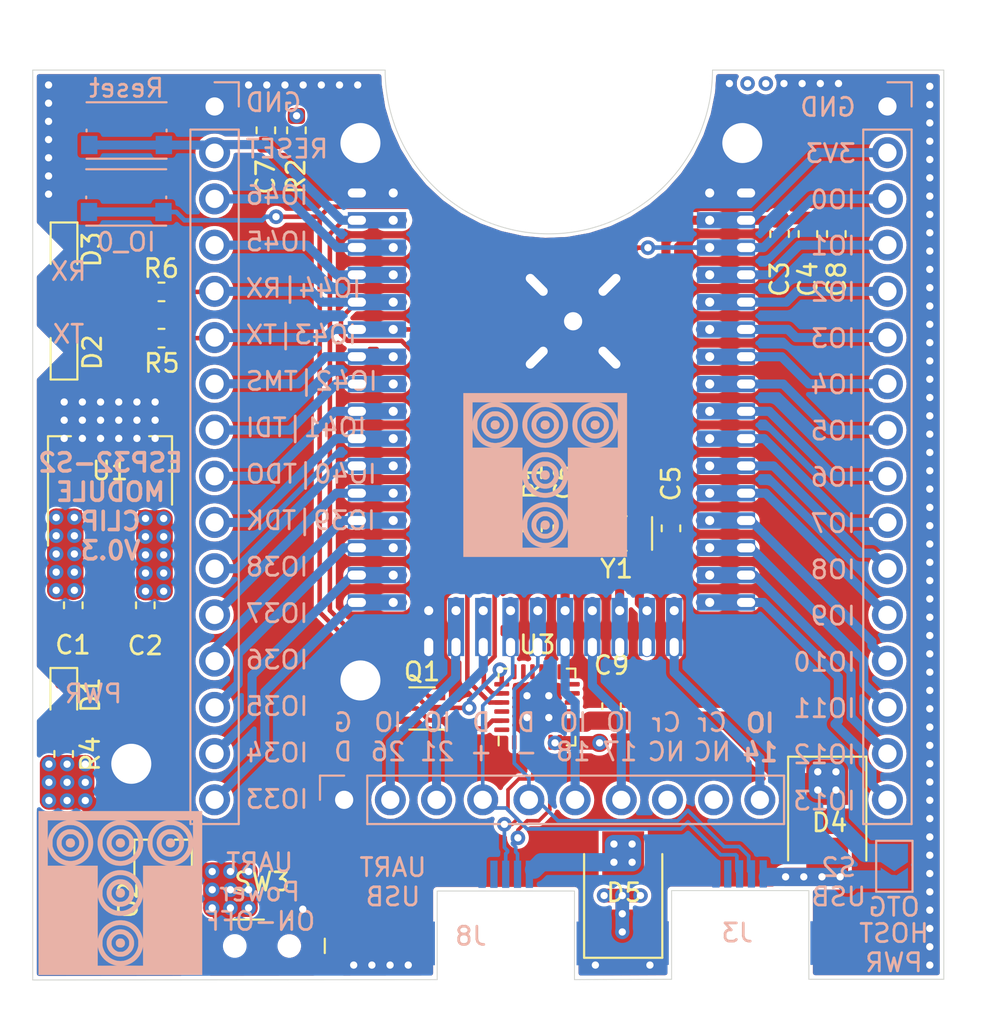
<source format=kicad_pcb>
(kicad_pcb (version 20171130) (host pcbnew "(5.1.4-0)")
  (layers (0 F.Cu mixed) (1 In1.Cu power) (2 In2.Cu power) (31 B.Cu mixed) (34 B.Paste user) (35 F.Paste user) (36 B.SilkS user) (37 F.SilkS user) (38 B.Mask user) (39 F.Mask user) (44 Edge.Cuts user))
  (net 0 "")
  (net 1 GND)
  (net 2 +5V)
  (net 3 +3V3)
  (net 4 "Net-(C5-Pad1)")
  (net 5 "Net-(C6-Pad1)")
  (net 6 EN)
  (net 7 IO13)
  (net 8 IO12)
  (net 9 IO11)
  (net 10 IO10)
  (net 11 IO9)
  (net 12 IO8)
  (net 13 IO7)
  (net 14 IO6)
  (net 15 IO5)
  (net 16 IO4)
  (net 17 IO3)
  (net 18 IO2)
  (net 19 IO1)
  (net 20 IO0)
  (net 21 IO14)
  (net 22 IO17)
  (net 23 IO18)
  (net 24 IO21)
  (net 25 IO33)
  (net 26 IO34)
  (net 27 IO35)
  (net 28 IO36)
  (net 29 IO37)
  (net 30 IO38)
  (net 31 TDK)
  (net 32 TDO)
  (net 33 TDI)
  (net 34 TMS)
  (net 35 TX)
  (net 36 RX)
  (net 37 IO45)
  (net 38 IO46)
  (net 39 RTS)
  (net 40 DTR)
  (net 41 DIN+)
  (net 42 DIN-)
  (net 43 DOTG-)
  (net 44 DOTG+)
  (net 45 VBUS)
  (net 46 "Net-(D1-Pad2)")
  (net 47 "Net-(D2-Pad2)")
  (net 48 "Net-(D3-Pad2)")
  (net 49 Vsig)
  (net 50 "Net-(D4-Pad2)")
  (net 51 "Net-(D5-Pad2)")
  (net 52 IO26)
  (module User:ESP32-S2-Wrover_Frog-Pins (layer B.Cu) (at 148.525 70.003 180)
    (fp_text reference U2 hide)
    (fp_text value ESP32-S2 hide)
    (pad 43 thru_hole oval (at 0.81 2.2 225) (size 1.6 0.6) (drill oval 1.5 0.5) (layers *.Cu *.Mask) (net 1 GND))
    (pad 43 thru_hole oval (at -3.19 2.2 135) (size 1.6 0.6) (drill oval 1.5 0.5) (layers *.Cu *.Mask) (net 1 GND))
    (pad 43 thru_hole circle (at -1.19 4.2 180) (size 2 2) (drill 1) (layers *.Cu *.Mask) (net 1 GND))
    (pad 43 thru_hole oval (at 0.81 6.2 135) (size 1.6 0.6) (drill oval 1.5 0.5) (layers *.Cu *.Mask) (net 1 GND))
    (pad 43 thru_hole oval (at -3.19 6.2 225) (size 1.6 0.6) (drill oval 1.5 0.5) (layers *.Cu *.Mask) (net 1 GND))
    (pad 42 smd rect (at 10.7 11.25) (size 3.2 0.9) (drill (offset 1.1 0)) (layers B.Cu) (net 1 GND))
    (pad 41 smd rect (at 10.7 9.75) (size 3.2 0.9) (drill (offset 1.1 0)) (layers B.Cu) (net 6 EN))
    (pad 40 smd rect (at 10.7 8.25) (size 3.2 0.9) (drill (offset 1.1 0)) (layers B.Cu) (net 38 IO46))
    (pad 39 smd rect (at 10.7 6.75) (size 3.2 0.9) (drill (offset 1.1 0)) (layers B.Cu) (net 37 IO45))
    (pad 38 smd rect (at 10.7 5.25) (size 3.2 0.9) (drill (offset 1.1 0)) (layers B.Cu) (net 36 RX))
    (pad 37 smd rect (at 10.7 3.75) (size 3.2 0.9) (drill (offset 1.1 0)) (layers B.Cu) (net 35 TX))
    (pad 36 smd rect (at 10.7 2.25) (size 3.2 0.9) (drill (offset 1.1 0)) (layers B.Cu) (net 34 TMS))
    (pad 35 smd rect (at 10.7 0.75) (size 3.2 0.9) (drill (offset 1.1 0)) (layers B.Cu) (net 33 TDI))
    (pad 34 smd rect (at 10.7 -0.75) (size 3.2 0.9) (drill (offset 1.1 0)) (layers B.Cu) (net 32 TDO))
    (pad 33 smd rect (at 10.7 -2.25) (size 3.2 0.9) (drill (offset 1.1 0)) (layers B.Cu) (net 31 TDK))
    (pad 32 smd rect (at 10.7 -3.75) (size 3.2 0.9) (drill (offset 1.1 0)) (layers B.Cu) (net 30 IO38))
    (pad 31 smd rect (at 10.7 -5.25) (size 3.2 0.9) (drill (offset 1.1 0)) (layers B.Cu) (net 29 IO37))
    (pad 30 smd rect (at 10.7 -6.75) (size 3.2 0.9) (drill (offset 1.1 0)) (layers B.Cu) (net 28 IO36))
    (pad 29 smd rect (at 10.7 -8.25) (size 3.2 0.9) (drill (offset 1.1 0)) (layers B.Cu) (net 27 IO35))
    (pad 28 smd rect (at 10.7 -9.75) (size 3.2 0.9) (drill (offset 1.1 0)) (layers B.Cu) (net 26 IO34))
    (pad 27 smd rect (at 10.7 -11.25) (size 3.2 0.9) (drill (offset 1.1 0)) (layers B.Cu) (net 25 IO33))
    (pad 26 smd rect (at 6.75 -13.7 90) (size 3.2 0.9) (drill (offset 1.1 0)) (layers B.Cu) (net 1 GND))
    (pad 25 smd rect (at 5.25 -13.7 90) (size 3.2 0.9) (drill (offset 1.1 0)) (layers B.Cu) (net 52 IO26))
    (pad 24 smd rect (at 3.75 -13.7 90) (size 3.2 0.9) (drill (offset 1.1 0)) (layers B.Cu) (net 24 IO21))
    (pad 23 smd rect (at 2.25 -13.7 90) (size 3.2 0.9) (drill (offset 1.1 0)) (layers B.Cu) (net 44 DOTG+))
    (pad 22 smd rect (at 0.75 -13.7 90) (size 3.2 0.9) (drill (offset 1.1 0)) (layers B.Cu) (net 43 DOTG-))
    (pad 21 smd rect (at -0.75 -13.7 90) (size 3.2 0.9) (drill (offset 1.1 0)) (layers B.Cu) (net 23 IO18))
    (pad 20 smd rect (at -2.25 -13.7 90) (size 3.2 0.9) (drill (offset 1.1 0)) (layers B.Cu) (net 22 IO17))
    (pad 19 smd trapezoid (at -3.75 -13.7 90) (size 3.2 0.9) (drill (offset 1.1 0)) (layers B.Cu) (net 5 "Net-(C6-Pad1)"))
    (pad 18 smd rect (at -5.25 -13.7 90) (size 3.2 0.9) (drill (offset 1.1 0)) (layers B.Cu) (net 4 "Net-(C5-Pad1)"))
    (pad 17 smd rect (at -6.75 -13.7 90) (size 3.2 0.9) (drill (offset 1.1 0)) (layers B.Cu) (net 21 IO14))
    (pad 16 smd rect (at -10.7 -11.25 180) (size 3.2 0.9) (drill (offset 1.1 0)) (layers B.Cu) (net 7 IO13))
    (pad 15 smd rect (at -10.7 -9.75 180) (size 3.2 0.9) (drill (offset 1.1 0)) (layers B.Cu) (net 8 IO12))
    (pad 14 smd rect (at -10.7 -8.25 180) (size 3.2 0.9) (drill (offset 1.1 0)) (layers B.Cu) (net 9 IO11))
    (pad 13 smd rect (at -10.7 -6.75 180) (size 3.2 0.9) (drill (offset 1.1 0)) (layers B.Cu) (net 10 IO10))
    (pad 12 smd rect (at -10.7 -5.25 180) (size 3.2 0.9) (drill (offset 1.1 0)) (layers B.Cu) (net 11 IO9))
    (pad 11 smd rect (at -10.7 -3.75 180) (size 3.2 0.9) (drill (offset 1.1 0)) (layers B.Cu) (net 12 IO8))
    (pad 10 smd rect (at -10.7 -2.25 180) (size 3.2 0.9) (drill (offset 1.1 0)) (layers B.Cu) (net 13 IO7))
    (pad 9 smd rect (at -10.7 -0.75 180) (size 3.2 0.9) (drill (offset 1.1 0)) (layers B.Cu) (net 14 IO6))
    (pad 8 smd rect (at -10.7 0.75 180) (size 3.2 0.9) (drill (offset 1.1 0)) (layers B.Cu) (net 15 IO5))
    (pad 7 smd rect (at -10.7 2.25 180) (size 3.2 0.9) (drill (offset 1.1 0)) (layers B.Cu) (net 16 IO4))
    (pad 6 smd rect (at -10.7 3.75 180) (size 3.2 0.9) (drill (offset 1.1 0)) (layers B.Cu) (net 17 IO3))
    (pad 5 smd rect (at -10.7 5.25 180) (size 3.2 0.9) (drill (offset 1.1 0)) (layers B.Cu) (net 18 IO2))
    (pad 4 smd rect (at -10.7 6.75 180) (size 3.2 0.9) (drill (offset 1.1 0)) (layers B.Cu) (net 19 IO1))
    (pad 3 smd rect (at -10.7 8.25 180) (size 3.2 0.9) (drill (offset 1.1 0)) (layers B.Cu) (net 20 IO0))
    (pad 2 smd rect (at -10.7 9.75 180) (size 3.2 0.9) (drill (offset 1.1 0)) (layers B.Cu) (net 3 +3V3))
    (pad 1 smd rect (at -10.7 11.25 180) (size 3.2 0.9) (drill (offset 1.1 0)) (layers B.Cu) (net 1 GND))
    (pad 1 thru_hole oval (at -10.7 11.25 180) (size 1.1 0.6) (drill oval 1 0.5) (layers *.Cu *.Mask) (net 1 GND))
    (pad 2 thru_hole oval (at -8.7 9.75 180) (size 1.5 0.6) (drill 0.5) (layers *.Cu *.Mask) (net 3 +3V3))
    (pad 3 thru_hole oval (at -10.7 8.25 180) (size 1.1 0.6) (drill oval 1 0.5) (layers *.Cu *.Mask) (net 20 IO0))
    (pad 4 thru_hole oval (at -10.7 6.75 180) (size 1.1 0.6) (drill oval 1 0.5) (layers *.Cu *.Mask) (net 19 IO1))
    (pad 5 thru_hole oval (at -10.7 5.25 180) (size 1.1 0.6) (drill oval 1 0.5) (layers *.Cu *.Mask) (net 18 IO2))
    (pad 6 thru_hole oval (at -10.7 3.75 180) (size 1.1 0.6) (drill oval 1 0.5) (layers *.Cu *.Mask) (net 17 IO3))
    (pad 7 thru_hole oval (at -10.7 2.25 180) (size 1.1 0.6) (drill oval 1 0.5) (layers *.Cu *.Mask) (net 16 IO4))
    (pad 8 thru_hole oval (at -10.7 0.75 180) (size 1.1 0.6) (drill oval 1 0.5) (layers *.Cu *.Mask) (net 15 IO5))
    (pad 9 thru_hole oval (at -10.7 -0.75 180) (size 1.1 0.6) (drill oval 1 0.5) (layers *.Cu *.Mask) (net 14 IO6))
    (pad 10 thru_hole oval (at -10.7 -2.25) (size 1.1 0.6) (drill oval 1 0.5) (layers *.Cu *.Mask) (net 13 IO7))
    (pad 11 thru_hole oval (at -10.7 -3.75 180) (size 1.1 0.6) (drill oval 1 0.5) (layers *.Cu *.Mask) (net 12 IO8))
    (pad 12 thru_hole oval (at -10.7 -5.25 180) (size 1.1 0.6) (drill oval 1 0.5) (layers *.Cu *.Mask) (net 11 IO9))
    (pad 13 thru_hole oval (at -10.7 -6.75 180) (size 1.1 0.6) (drill oval 1 0.5) (layers *.Cu *.Mask) (net 10 IO10))
    (pad 14 thru_hole oval (at -10.7 -8.25 180) (size 1.1 0.6) (drill oval 1 0.5) (layers *.Cu *.Mask) (net 9 IO11))
    (pad 15 thru_hole oval (at -10.7 -9.75 180) (size 1.1 0.6) (drill oval 1 0.5) (layers *.Cu *.Mask) (net 8 IO12))
    (pad 16 thru_hole oval (at -10.7 -11.25 180) (size 1.1 0.6) (drill oval 1 0.5) (layers *.Cu *.Mask) (net 7 IO13))
    (pad 17 thru_hole oval (at -6.75 -13.7 90) (size 1.1 0.6) (drill oval 1 0.5) (layers *.Cu *.Mask) (net 21 IO14))
    (pad 18 thru_hole oval (at -5.25 -13.7 90) (size 1.1 0.6) (drill oval 1 0.5) (layers *.Cu *.Mask) (net 4 "Net-(C5-Pad1)"))
    (pad 19 thru_hole oval (at -3.75 -13.7 90) (size 1.1 0.6) (drill oval 1 0.5) (layers *.Cu *.Mask) (net 5 "Net-(C6-Pad1)"))
    (pad 21 thru_hole oval (at -0.75 -13.7 90) (size 1.1 0.6) (drill oval 1 0.5) (layers *.Cu *.Mask) (net 23 IO18))
    (pad 22 thru_hole oval (at 0.75 -13.7 90) (size 1.1 0.6) (drill oval 1 0.5) (layers *.Cu *.Mask) (net 43 DOTG-))
    (pad 23 thru_hole oval (at 2.25 -13.7 90) (size 1.1 0.6) (drill oval 1 0.5) (layers *.Cu *.Mask) (net 44 DOTG+))
    (pad 24 thru_hole oval (at 3.75 -13.7 90) (size 1.1 0.6) (drill oval 1 0.5) (layers *.Cu *.Mask) (net 24 IO21))
    (pad 25 thru_hole oval (at 5.25 -13.7 90) (size 1.1 0.6) (drill oval 1 0.5) (layers *.Cu *.Mask) (net 52 IO26))
    (pad 26 thru_hole oval (at 6.75 -13.7 90) (size 1.1 0.6) (drill oval 1 0.5) (layers *.Cu *.Mask) (net 1 GND))
    (pad 27 thru_hole oval (at 10.7 -11.25) (size 1.1 0.6) (drill oval 1 0.5) (layers *.Cu *.Mask) (net 25 IO33))
    (pad 28 thru_hole oval (at 10.7 -9.75) (size 1.1 0.6) (drill oval 1 0.5) (layers *.Cu *.Mask) (net 26 IO34))
    (pad 29 thru_hole oval (at 10.7 -8.25) (size 1.1 0.6) (drill oval 1 0.5) (layers *.Cu *.Mask) (net 27 IO35))
    (pad 30 thru_hole oval (at 10.7 -6.75) (size 1.1 0.6) (drill oval 1 0.5) (layers *.Cu *.Mask) (net 28 IO36))
    (pad 31 thru_hole oval (at 10.7 -5.25) (size 1.1 0.6) (drill oval 1 0.5) (layers *.Cu *.Mask) (net 29 IO37))
    (pad 32 thru_hole oval (at 10.7 -3.75) (size 1.1 0.6) (drill oval 1 0.5) (layers *.Cu *.Mask) (net 30 IO38))
    (pad 33 thru_hole oval (at 10.7 -2.25) (size 1.1 0.6) (drill oval 1 0.5) (layers *.Cu *.Mask) (net 31 TDK))
    (pad 34 thru_hole oval (at 10.7 -0.75) (size 1.1 0.6) (drill oval 1 0.5) (layers *.Cu *.Mask) (net 32 TDO))
    (pad 35 thru_hole oval (at 10.7 0.75) (size 1.1 0.6) (drill oval 1 0.5) (layers *.Cu *.Mask) (net 33 TDI))
    (pad 36 thru_hole oval (at 10.7 2.25) (size 1.1 0.6) (drill oval 1 0.5) (layers *.Cu *.Mask) (net 34 TMS))
    (pad 37 thru_hole oval (at 10.7 3.75) (size 1.1 0.6) (drill oval 1 0.5) (layers *.Cu *.Mask) (net 35 TX))
    (pad 38 thru_hole oval (at 10.7 5.25) (size 1.1 0.6) (drill oval 1 0.5) (layers *.Cu *.Mask) (net 36 RX))
    (pad 39 thru_hole oval (at 10.7 6.75) (size 1.1 0.6) (drill oval 1 0.5) (layers *.Cu *.Mask) (net 37 IO45))
    (pad 40 thru_hole oval (at 10.7 8.25) (size 1.1 0.6) (drill oval 1 0.5) (layers *.Cu *.Mask) (net 38 IO46))
    (pad 41 thru_hole oval (at 10.7 9.75) (size 1.1 0.6) (drill oval 1 0.5) (layers *.Cu *.Mask) (net 6 EN) (clearance 0.3))
    (pad 42 thru_hole oval (at 10.7 11.25) (size 1.1 0.6) (drill oval 1 0.5) (layers *.Cu *.Mask) (net 1 GND))
    (pad 1 thru_hole oval (at -8.7 11.25 180) (size 1.5 0.6) (drill 0.5) (layers *.Cu *.Mask) (net 1 GND))
    (pad 2 thru_hole oval (at -10.7 9.75 180) (size 1.1 0.6) (drill oval 1 0.5) (layers *.Cu *.Mask) (net 3 +3V3))
    (pad 3 thru_hole oval (at -8.7 8.25 180) (size 1.5 0.6) (drill 0.5) (layers *.Cu *.Mask) (net 20 IO0))
    (pad 4 thru_hole oval (at -8.7 6.75 180) (size 1.5 0.6) (drill 0.5) (layers *.Cu *.Mask) (net 19 IO1))
    (pad 5 thru_hole oval (at -8.7 5.25 180) (size 1.5 0.6) (drill 0.5) (layers *.Cu *.Mask) (net 18 IO2))
    (pad 6 thru_hole oval (at -8.7 3.75 180) (size 1.5 0.6) (drill 0.5) (layers *.Cu *.Mask) (net 17 IO3))
    (pad 7 thru_hole oval (at -8.7 2.25 180) (size 1.5 0.6) (drill 0.5) (layers *.Cu *.Mask) (net 16 IO4))
    (pad 8 thru_hole oval (at -8.7 0.75 180) (size 1.5 0.6) (drill 0.5) (layers *.Cu *.Mask) (net 15 IO5))
    (pad 9 thru_hole oval (at -8.7 -0.75 180) (size 1.5 0.6) (drill 0.5) (layers *.Cu *.Mask) (net 14 IO6))
    (pad 10 thru_hole oval (at -8.7 -2.25 180) (size 1.5 0.6) (drill 0.5) (layers *.Cu *.Mask) (net 13 IO7))
    (pad 11 thru_hole oval (at -8.7 -3.75 180) (size 1.5 0.6) (drill 0.5) (layers *.Cu *.Mask) (net 12 IO8))
    (pad 12 thru_hole oval (at -8.7 -5.25 180) (size 1.5 0.6) (drill 0.5) (layers *.Cu *.Mask) (net 11 IO9))
    (pad 13 thru_hole oval (at -8.7 -6.75 180) (size 1.5 0.6) (drill 0.5) (layers *.Cu *.Mask) (net 10 IO10))
    (pad 14 thru_hole oval (at -8.7 -8.25 180) (size 1.5 0.6) (drill 0.5) (layers *.Cu *.Mask) (net 9 IO11))
    (pad 15 thru_hole oval (at -8.7 -9.75 180) (size 1.5 0.6) (drill 0.5) (layers *.Cu *.Mask) (net 8 IO12))
    (pad 16 thru_hole oval (at -8.7 -11.25 180) (size 1.5 0.6) (drill 0.5) (layers *.Cu *.Mask) (net 7 IO13))
    (pad 17 thru_hole oval (at -6.75 -11.7 90) (size 1.5 0.6) (drill 0.5) (layers *.Cu *.Mask) (net 21 IO14))
    (pad 18 thru_hole oval (at -5.25 -11.7 90) (size 1.5 0.6) (drill 0.5) (layers *.Cu *.Mask) (net 4 "Net-(C5-Pad1)"))
    (pad 19 thru_hole oval (at -3.75 -11.7 90) (size 1.5 0.6) (drill 0.5) (layers *.Cu *.Mask) (net 5 "Net-(C6-Pad1)"))
    (pad 20 thru_hole oval (at -2.25 -13.7 90) (size 1.1 0.6) (drill oval 1 0.5) (layers *.Cu *.Mask) (net 22 IO17))
    (pad 20 thru_hole oval (at -2.25 -11.7 90) (size 1.5 0.6) (drill 0.5) (layers *.Cu *.Mask) (net 22 IO17))
    (pad 21 thru_hole oval (at -0.75 -11.7 90) (size 1.5 0.6) (drill 0.5) (layers *.Cu *.Mask) (net 23 IO18))
    (pad 22 thru_hole oval (at 0.75 -11.7 90) (size 1.5 0.6) (drill 0.5) (layers *.Cu *.Mask) (net 43 DOTG-))
    (pad 23 thru_hole oval (at 2.25 -11.7 90) (size 1.5 0.6) (drill 0.5) (layers *.Cu *.Mask) (net 44 DOTG+))
    (pad 24 thru_hole oval (at 3.75 -11.7 90) (size 1.5 0.6) (drill 0.5) (layers *.Cu *.Mask) (net 24 IO21))
    (pad 25 thru_hole oval (at 5.25 -11.7 90) (size 1.5 0.6) (drill 0.5) (layers *.Cu *.Mask) (net 52 IO26))
    (pad 26 thru_hole oval (at 6.75 -11.7 90) (size 1.5 0.6) (drill 0.5) (layers *.Cu *.Mask) (net 1 GND))
    (pad 27 thru_hole oval (at 8.7 -11.25) (size 1.5 0.6) (drill 0.5) (layers *.Cu *.Mask) (net 25 IO33))
    (pad 28 thru_hole oval (at 8.7 -9.75) (size 1.5 0.6) (drill 0.5) (layers *.Cu *.Mask) (net 26 IO34))
    (pad 29 thru_hole oval (at 8.7 -8.25) (size 1.5 0.6) (drill 0.5) (layers *.Cu *.Mask) (net 27 IO35))
    (pad 30 thru_hole oval (at 8.7 -6.75) (size 1.5 0.6) (drill 0.5) (layers *.Cu *.Mask) (net 28 IO36))
    (pad 31 thru_hole oval (at 8.7 -5.25) (size 1.5 0.6) (drill 0.5) (layers *.Cu *.Mask) (net 29 IO37))
    (pad 32 thru_hole oval (at 8.7 -3.75) (size 1.5 0.6) (drill 0.5) (layers *.Cu *.Mask) (net 30 IO38))
    (pad 33 thru_hole oval (at 8.7 -2.25) (size 1.5 0.6) (drill 0.5) (layers *.Cu *.Mask) (net 31 TDK))
    (pad 34 thru_hole oval (at 8.7 -0.75) (size 1.5 0.6) (drill 0.5) (layers *.Cu *.Mask) (net 32 TDO))
    (pad 35 thru_hole oval (at 8.7 0.75) (size 1.5 0.6) (drill 0.5) (layers *.Cu *.Mask) (net 33 TDI))
    (pad 36 thru_hole oval (at 8.7 2.25) (size 1.5 0.6) (drill 0.5) (layers *.Cu *.Mask) (net 34 TMS))
    (pad 37 thru_hole oval (at 8.7 3.75) (size 1.5 0.6) (drill 0.5) (layers *.Cu *.Mask) (net 35 TX))
    (pad 38 thru_hole oval (at 8.7 5.25) (size 1.5 0.6) (drill 0.5) (layers *.Cu *.Mask) (net 36 RX))
    (pad 39 thru_hole oval (at 8.7 6.75) (size 1.5 0.6) (drill 0.5) (layers *.Cu *.Mask) (net 37 IO45))
    (pad 40 thru_hole oval (at 8.7 8.25) (size 1.5 0.6) (drill 0.5) (layers *.Cu *.Mask) (net 38 IO46))
    (pad 41 thru_hole oval (at 8.7 9.75) (size 1.5 0.6) (drill 0.5) (layers *.Cu *.Mask) (net 6 EN) (clearance 0.3))
    (pad 42 thru_hole oval (at 8.7 11.25) (size 1.5 0.6) (drill 0.5) (layers *.Cu *.Mask) (net 1 GND))
  )
  (module Connector_PinHeader_2.54mm:PinHeader_1x16_P2.54mm_Vertical (layer B.Cu) (at 130 54 180)
    (fp_text reference J5)
    (fp_text value Conn_01x16)
    (pad 16 thru_hole oval (at 0 -38.1 180) (size 1.7 1.7) (drill 1) (layers *.Cu *.Mask) (net 25 IO33))
    (pad 15 thru_hole oval (at 0 -35.56 180) (size 1.7 1.7) (drill 1) (layers *.Cu *.Mask) (net 26 IO34))
    (pad 14 thru_hole oval (at 0 -33.02 180) (size 1.7 1.7) (drill 1) (layers *.Cu *.Mask) (net 27 IO35))
    (pad 13 thru_hole oval (at 0 -30.48 180) (size 1.7 1.7) (drill 1) (layers *.Cu *.Mask) (net 28 IO36))
    (pad 12 thru_hole oval (at 0 -27.94 180) (size 1.7 1.7) (drill 1) (layers *.Cu *.Mask) (net 29 IO37))
    (pad 11 thru_hole oval (at 0 -25.4 180) (size 1.7 1.7) (drill 1) (layers *.Cu *.Mask) (net 30 IO38))
    (pad 10 thru_hole oval (at 0 -22.86 180) (size 1.7 1.7) (drill 1) (layers *.Cu *.Mask) (net 31 TDK))
    (pad 9 thru_hole oval (at 0 -20.32 180) (size 1.7 1.7) (drill 1) (layers *.Cu *.Mask) (net 32 TDO))
    (pad 8 thru_hole oval (at 0 -17.78 180) (size 1.7 1.7) (drill 1) (layers *.Cu *.Mask) (net 33 TDI))
    (pad 7 thru_hole oval (at 0 -15.24 180) (size 1.7 1.7) (drill 1) (layers *.Cu *.Mask) (net 34 TMS))
    (pad 6 thru_hole oval (at 0 -12.7 180) (size 1.7 1.7) (drill 1) (layers *.Cu *.Mask) (net 35 TX))
    (pad 5 thru_hole oval (at 0 -10.16 180) (size 1.7 1.7) (drill 1) (layers *.Cu *.Mask) (net 36 RX))
    (pad 4 thru_hole oval (at 0 -7.62 180) (size 1.7 1.7) (drill 1) (layers *.Cu *.Mask) (net 37 IO45))
    (pad 3 thru_hole oval (at 0 -5.08 180) (size 1.7 1.7) (drill 1) (layers *.Cu *.Mask) (net 38 IO46))
    (pad 2 thru_hole oval (at 0 -2.54 180) (size 1.7 1.7) (drill 1) (layers *.Cu *.Mask) (net 6 EN))
    (pad 1 thru_hole rect (at 0 0 180) (size 1.7 1.7) (drill 1) (layers *.Cu *.Mask) (net 1 GND))
  )
  (module Connector_PinHeader_2.54mm:PinHeader_1x16_P2.54mm_Vertical (layer B.Cu) (at 167 54 180)
    (fp_text reference J1)
    (fp_text value Conn_01x16)
    (pad 16 thru_hole oval (at 0 -38.1 180) (size 1.7 1.7) (drill 1) (layers *.Cu *.Mask) (net 7 IO13))
    (pad 15 thru_hole oval (at 0 -35.56 180) (size 1.7 1.7) (drill 1) (layers *.Cu *.Mask) (net 8 IO12))
    (pad 14 thru_hole oval (at 0 -33.02 180) (size 1.7 1.7) (drill 1) (layers *.Cu *.Mask) (net 9 IO11))
    (pad 13 thru_hole oval (at 0 -30.48 180) (size 1.7 1.7) (drill 1) (layers *.Cu *.Mask) (net 10 IO10))
    (pad 12 thru_hole oval (at 0 -27.94 180) (size 1.7 1.7) (drill 1) (layers *.Cu *.Mask) (net 11 IO9))
    (pad 11 thru_hole oval (at 0 -25.4 180) (size 1.7 1.7) (drill 1) (layers *.Cu *.Mask) (net 12 IO8))
    (pad 10 thru_hole oval (at 0 -22.86 180) (size 1.7 1.7) (drill 1) (layers *.Cu *.Mask) (net 13 IO7))
    (pad 9 thru_hole oval (at 0 -20.32 180) (size 1.7 1.7) (drill 1) (layers *.Cu *.Mask) (net 14 IO6))
    (pad 8 thru_hole oval (at 0 -17.78 180) (size 1.7 1.7) (drill 1) (layers *.Cu *.Mask) (net 15 IO5))
    (pad 7 thru_hole oval (at 0 -15.24 180) (size 1.7 1.7) (drill 1) (layers *.Cu *.Mask) (net 16 IO4))
    (pad 6 thru_hole oval (at 0 -12.7 180) (size 1.7 1.7) (drill 1) (layers *.Cu *.Mask) (net 17 IO3))
    (pad 5 thru_hole oval (at 0 -10.16 180) (size 1.7 1.7) (drill 1) (layers *.Cu *.Mask) (net 18 IO2))
    (pad 4 thru_hole oval (at 0 -7.62 180) (size 1.7 1.7) (drill 1) (layers *.Cu *.Mask) (net 19 IO1))
    (pad 3 thru_hole oval (at 0 -5.08 180) (size 1.7 1.7) (drill 1) (layers *.Cu *.Mask) (net 20 IO0))
    (pad 2 thru_hole oval (at 0 -2.54 180) (size 1.7 1.7) (drill 1) (layers *.Cu *.Mask) (net 3 +3V3))
    (pad 1 thru_hole rect (at 0 0 180) (size 1.7 1.7) (drill 1) (layers *.Cu *.Mask) (net 1 GND))
  )
  (module Connector_PinHeader_2.54mm:PinHeader_1x10_P2.54mm_Vertical (layer B.Cu) (at 137.125 92.1 270)
    (fp_text reference J2)
    (fp_text value Conn_01x10)
    (pad 10 thru_hole oval (at 0 -22.86 270) (size 1.7 1.7) (drill 1) (layers *.Cu *.Mask) (net 21 IO14))
    (pad 9 thru_hole oval (at 0 -20.32 270) (size 1.7 1.7) (drill 1) (layers *.Cu *.Mask))
    (pad 8 thru_hole oval (at 0 -17.78 270) (size 1.7 1.7) (drill 1) (layers *.Cu *.Mask))
    (pad 7 thru_hole oval (at 0 -15.24 270) (size 1.7 1.7) (drill 1) (layers *.Cu *.Mask) (net 22 IO17))
    (pad 6 thru_hole oval (at 0 -12.7 270) (size 1.7 1.7) (drill 1) (layers *.Cu *.Mask) (net 23 IO18))
    (pad 5 thru_hole oval (at 0 -10.16 270) (size 1.7 1.7) (drill 1) (layers *.Cu *.Mask) (net 43 DOTG-))
    (pad 4 thru_hole oval (at 0 -7.62 270) (size 1.7 1.7) (drill 1) (layers *.Cu *.Mask) (net 44 DOTG+))
    (pad 3 thru_hole oval (at 0 -5.08 270) (size 1.7 1.7) (drill 1) (layers *.Cu *.Mask) (net 24 IO21))
    (pad 2 thru_hole oval (at 0 -2.54 270) (size 1.7 1.7) (drill 1) (layers *.Cu *.Mask) (net 52 IO26))
    (pad 1 thru_hole rect (at 0 0 270) (size 1.7 1.7) (drill 1) (layers *.Cu *.Mask) (net 1 GND))
  )
  (module Capacitor_SMD:C_0603_1608Metric (layer F.Cu) (at 151.83 86.96 90)
    (fp_text reference C9 (at 2.25 0 180) (layer F.SilkS))
    (fp_text value 0.1uF)
    (pad 2 smd roundrect (at 0.7875 0 90) (size 0.875 0.95) (layers F.Cu F.Paste F.Mask) (net 1 GND))
    (pad 1 smd roundrect (at -0.7875 0 90) (size 0.875 0.95) (layers F.Cu F.Paste F.Mask) (net 45 VBUS))
  )
  (module Button_Switch_SMD:SW_SPDT_PCM12 (layer F.Cu) (at 132.61 99.8)
    (fp_text reference SW3 (at 0 -3.2) (layer F.SilkS))
    (fp_text value SW_SPDT)
    (pad "" smd rect (at -3.65 -0.78) (size 1 0.8) (layers F.Cu F.Paste F.Mask))
    (pad "" smd rect (at 3.65 -0.78) (size 1 0.8) (layers F.Cu F.Paste F.Mask))
    (pad "" smd rect (at 3.65 1.43) (size 1 0.8) (layers F.Cu F.Paste F.Mask))
    (pad "" smd rect (at -3.65 1.43) (size 1 0.8) (layers F.Cu F.Paste F.Mask))
    (pad 3 smd rect (at 2.25 -1.43) (size 0.7 1.5) (layers F.Cu F.Paste F.Mask) (net 1 GND))
    (pad 2 smd rect (at 0.75 -1.43) (size 0.7 1.5) (layers F.Cu F.Paste F.Mask) (net 49 Vsig))
    (pad 1 smd rect (at -2.25 -1.43) (size 0.7 1.5) (layers F.Cu F.Paste F.Mask) (net 2 +5V))
    (pad "" np_thru_hole circle (at 1.5 0.33) (size 0.9 0.9) (drill 0.9) (layers *.Cu *.Mask))
    (pad "" np_thru_hole circle (at -1.5 0.33) (size 0.9 0.9) (drill 0.9) (layers *.Cu *.Mask))
  )
  (module UserFootprints:Logo (layer B.Cu) (at 148.18 74.25 180)
    (fp_text reference G*** hide)
    (fp_text value LOGO hide)
  )
  (module UserFootprints:Logo (layer B.Cu) (at 124.82 97.22 180)
    (fp_text reference G*** hide)
    (fp_text value LOGO hide)
  )
  (module UserFootprints:USB-MicroB_U253-051T-4BH85-SB (layer B.Cu) (at 146.01 96.19 180)
    (fp_text reference J8 (at 1.92 -3.4) (layer B.SilkS) (effects (justify mirror)))
    (fp_text value USB_PROG)
    (pad 6 smd rect (at 4.77 -3.8 180) (size 1.75 2.4) (layers B.Cu B.Paste B.Mask) (net 1 GND))
    (pad 6 smd rect (at -4.77 -3.8 180) (size 1.75 2.4) (layers B.Cu B.Paste B.Mask) (net 1 GND))
    (pad 5 smd rect (at 1.3 0 180) (size 0.4 1.5) (layers B.Cu B.Paste B.Mask) (net 1 GND))
    (pad 4 smd rect (at 0.65 0 180) (size 0.4 1.5) (layers B.Cu B.Paste B.Mask))
    (pad 2 smd rect (at -0.65 0 180) (size 0.4 1.5) (layers B.Cu B.Paste B.Mask) (net 42 DIN-))
    (pad 3 smd rect (at 0 0 180) (size 0.4 1.5) (layers B.Cu B.Paste B.Mask) (net 41 DIN+))
    (pad 1 smd rect (at -1.3 0 180) (size 0.4 1.5) (layers B.Cu B.Paste B.Mask) (net 51 "Net-(D5-Pad2)"))
  )
  (module Jumper:SolderJumper-2_P1.3mm_Open_TrianglePad1.0x1.5mm (layer B.Cu) (at 167.38 95.75 270)
    (fp_text reference OTG (at 2.245 0.01) (layer B.SilkS) (effects (justify mirror)))
    (fp_text value SolderJumper_2_Open)
    (pad 1 smd custom (at -0.725 0 270) (size 0.3 0.3) (layers B.Cu B.Mask) (net 45 VBUS) (options (clearance outline) (anchor rect)) (primitives (gr_poly (pts (xy -0.5 0.75) (xy 0.5 0.75) (xy 1 0) (xy 0.5 -0.75) (xy -0.5 -0.75)) (width 0))))
    (pad 2 smd custom (at 0.725 0 270) (size 0.3 0.3) (layers B.Cu B.Mask) (net 50 "Net-(D4-Pad2)") (options (clearance outline) (anchor rect)) (primitives (gr_poly (pts (xy -0.65 0.75) (xy 0.5 0.75) (xy 0.5 -0.75) (xy -0.65 -0.75) (xy -0.15 0)) (width 0))))
  )
  (module MountingHole:MountingHole_2.2mm_M2_Pad (layer F.Cu) (at 125.42 90.12)
    (fp_text reference REF** hide)
    (fp_text value MountingHole_2.2mm_M2_Pad)
    (pad 1 thru_hole circle (at 0 0) (size 2.5 2.5) (drill 2.2) (layers *.Cu *.Mask) (net 1 GND))
  )
  (module MountingHole:MountingHole_2.2mm_M2_Pad (layer F.Cu) (at 138.02 85.54)
    (fp_text reference REF** hide)
    (fp_text value MountingHole_2.2mm_M2_Pad)
    (pad 1 thru_hole circle (at 0 0) (size 2.5 2.5) (drill 2.2) (layers *.Cu *.Mask) (net 1 GND))
  )
  (module MountingHole:MountingHole_2.2mm_M2_Pad (layer F.Cu) (at 159.02 56.01)
    (fp_text reference REF** hide)
    (fp_text value MountingHole_2.2mm_M2_Pad)
    (pad 1 thru_hole circle (at 0 0) (size 2.5 2.5) (drill 2.2) (layers *.Cu *.Mask) (net 1 GND))
  )
  (module MountingHole:MountingHole_2.2mm_M2_Pad (layer F.Cu) (at 138.02 56.01)
    (fp_text reference REF** hide)
    (fp_text value MountingHole_2.2mm_M2_Pad)
    (pad 1 thru_hole circle (at 0 0) (size 2.5 2.5) (drill 2.2) (layers *.Cu *.Mask) (net 1 GND))
  )
  (module Diode_SMD:D_SMB (layer F.Cu) (at 152.47 97.23 90)
    (fp_text reference D5 (at 0.03 0.05 180) (layer F.SilkS))
    (fp_text value D)
    (pad 2 smd rect (at 2.15 0 90) (size 2.5 2.3) (layers F.Cu F.Paste F.Mask) (net 51 "Net-(D5-Pad2)"))
    (pad 1 smd rect (at -2.15 0 90) (size 2.5 2.3) (layers F.Cu F.Paste F.Mask) (net 2 +5V))
  )
  (module Diode_SMD:D_SMB (layer F.Cu) (at 163.69 93.28 270)
    (fp_text reference D4 (at 0.07 -0.13 180) (layer F.SilkS))
    (fp_text value D)
    (pad 2 smd rect (at 2.15 0 270) (size 2.5 2.3) (layers F.Cu F.Paste F.Mask) (net 50 "Net-(D4-Pad2)"))
    (pad 1 smd rect (at -2.15 0 270) (size 2.5 2.3) (layers F.Cu F.Paste F.Mask) (net 45 VBUS))
  )
  (module Capacitor_SMD:C_0603_1608Metric (layer F.Cu) (at 164.19 61.01 270)
    (fp_text reference C8 (at 2.48 -0.01 90) (layer F.SilkS))
    (fp_text value 10uF)
    (pad 2 smd roundrect (at 0.7875 0 270) (size 0.875 0.95) (layers F.Cu F.Paste F.Mask) (net 1 GND))
    (pad 1 smd roundrect (at -0.7875 0 270) (size 0.875 0.95) (layers F.Cu F.Paste F.Mask) (net 3 +3V3))
  )
  (module Capacitor_SMD:C_0603_1608Metric (layer F.Cu) (at 161.07 61.01 270)
    (fp_text reference C3 (at 2.48 0 90) (layer F.SilkS))
    (fp_text value 10uF)
    (pad 2 smd roundrect (at 0.7875 0 270) (size 0.875 0.95) (layers F.Cu F.Paste F.Mask) (net 1 GND))
    (pad 1 smd roundrect (at -0.7875 0 270) (size 0.875 0.95) (layers F.Cu F.Paste F.Mask) (net 3 +3V3))
  )
  (module Resistor_SMD:R_0603_1608Metric (layer F.Cu) (at 134.5 55.31 270)
    (fp_text reference R2 (at 2.54 0.03 90) (layer F.SilkS))
    (fp_text value 10K)
    (pad 2 smd roundrect (at 0.7875 0 270) (size 0.875 0.95) (layers F.Cu F.Paste F.Mask) (net 6 EN))
    (pad 1 smd roundrect (at -0.7875 0 270) (size 0.875 0.95) (layers F.Cu F.Paste F.Mask) (net 3 +3V3))
  )
  (module Package_TO_SOT_SMD:SOT-23 (layer F.Cu) (at 127.17 95.05 90)
    (fp_text reference Q2 (at -2.55 -1.92 90) (layer F.SilkS))
    (fp_text value Q_PMOS_GSD)
    (pad 3 smd rect (at 1 0 90) (size 0.9 0.8) (layers F.Cu F.Paste F.Mask) (net 45 VBUS))
    (pad 2 smd rect (at -1 0.95 90) (size 0.9 0.8) (layers F.Cu F.Paste F.Mask) (net 2 +5V))
    (pad 1 smd rect (at -1 -0.95 90) (size 0.9 0.8) (layers F.Cu F.Paste F.Mask) (net 49 Vsig))
  )
  (module UserFootprints:USB-MicroB_U253-051T-4BH85-SB (layer B.Cu) (at 158.87 96.17 180)
    (fp_text reference J3 (at 0.13 -3.24) (layer B.SilkS) (effects (justify mirror)))
    (fp_text value USB_OTG)
    (pad 6 smd rect (at 4.77 -3.8 180) (size 1.75 2.4) (layers B.Cu B.Paste B.Mask) (net 1 GND))
    (pad 6 smd rect (at -4.77 -3.8 180) (size 1.75 2.4) (layers B.Cu B.Paste B.Mask) (net 1 GND))
    (pad 5 smd rect (at 1.3 0 180) (size 0.4 1.5) (layers B.Cu B.Paste B.Mask) (net 1 GND))
    (pad 4 smd rect (at 0.65 0 180) (size 0.4 1.5) (layers B.Cu B.Paste B.Mask))
    (pad 2 smd rect (at -0.65 0 180) (size 0.4 1.5) (layers B.Cu B.Paste B.Mask) (net 43 DOTG-))
    (pad 3 smd rect (at 0 0 180) (size 0.4 1.5) (layers B.Cu B.Paste B.Mask) (net 44 DOTG+))
    (pad 1 smd rect (at -1.3 0 180) (size 0.4 1.5) (layers B.Cu B.Paste B.Mask) (net 50 "Net-(D4-Pad2)"))
  )
  (module Resistor_SMD:R_0603_1608Metric (layer F.Cu) (at 127.08 64.19 180)
    (fp_text reference R6 (at 0.01 1.29) (layer F.SilkS))
    (fp_text value 180)
    (pad 2 smd roundrect (at 0.7875 0 180) (size 0.875 0.95) (layers F.Cu F.Paste F.Mask) (net 48 "Net-(D3-Pad2)"))
    (pad 1 smd roundrect (at -0.7875 0 180) (size 0.875 0.95) (layers F.Cu F.Paste F.Mask) (net 36 RX))
  )
  (module Resistor_SMD:R_0603_1608Metric (layer F.Cu) (at 127.08 66.73 180)
    (fp_text reference R5 (at -0.02 -1.38) (layer F.SilkS))
    (fp_text value 180)
    (pad 2 smd roundrect (at 0.7875 0 180) (size 0.875 0.95) (layers F.Cu F.Paste F.Mask) (net 47 "Net-(D2-Pad2)"))
    (pad 1 smd roundrect (at -0.7875 0 180) (size 0.875 0.95) (layers F.Cu F.Paste F.Mask) (net 35 TX))
  )
  (module Resistor_SMD:R_0603_1608Metric (layer F.Cu) (at 121.7 89.58 90)
    (fp_text reference R4 (at 0 1.47 270) (layer F.SilkS))
    (fp_text value 180)
    (pad 2 smd roundrect (at 0.7875 0 90) (size 0.875 0.95) (layers F.Cu F.Paste F.Mask) (net 46 "Net-(D1-Pad2)"))
    (pad 1 smd roundrect (at -0.7875 0 90) (size 0.875 0.95) (layers F.Cu F.Paste F.Mask) (net 45 VBUS))
  )
  (module LED_SMD:LED_0603_1608Metric (layer F.Cu) (at 121.72 61.86 270)
    (fp_text reference D3 (at 0 -1.52 90) (layer F.SilkS))
    (fp_text value LED)
    (pad 2 smd roundrect (at 0.7875 0 270) (size 0.875 0.95) (layers F.Cu F.Paste F.Mask) (net 48 "Net-(D3-Pad2)"))
    (pad 1 smd roundrect (at -0.7875 0 270) (size 0.875 0.95) (layers F.Cu F.Paste F.Mask) (net 1 GND))
  )
  (module LED_SMD:LED_0603_1608Metric (layer F.Cu) (at 121.72 67.52 90)
    (fp_text reference D2 (at 0.01 1.56 90) (layer F.SilkS))
    (fp_text value LED)
    (pad 2 smd roundrect (at 0.7875 0 90) (size 0.875 0.95) (layers F.Cu F.Paste F.Mask) (net 47 "Net-(D2-Pad2)"))
    (pad 1 smd roundrect (at -0.7875 0 90) (size 0.875 0.95) (layers F.Cu F.Paste F.Mask) (net 1 GND))
  )
  (module LED_SMD:LED_0603_1608Metric (layer F.Cu) (at 121.71 86.34 270)
    (fp_text reference D1 (at 0 -1.47 270) (layer F.SilkS))
    (fp_text value LED)
    (pad 2 smd roundrect (at 0.7875 0 270) (size 0.875 0.95) (layers F.Cu F.Paste F.Mask) (net 46 "Net-(D1-Pad2)"))
    (pad 1 smd roundrect (at -0.7875 0 270) (size 0.875 0.95) (layers F.Cu F.Paste F.Mask) (net 1 GND))
  )
  (module Button_Switch_SMD:SW_Push_1P1T_NO_CK_KMR2 (layer B.Cu) (at 125.14 59)
    (fp_text reference IO_0 (at 0 2.45) (layer B.SilkS) (effects (justify mirror)))
    (fp_text value SW_Push)
    (pad 2 smd rect (at 2.05 -0.8) (size 0.9 1) (layers B.Cu B.Paste B.Mask) (net 1 GND))
    (pad 1 smd rect (at 2.05 0.8) (size 0.9 1) (layers B.Cu B.Paste B.Mask) (net 20 IO0))
    (pad 2 smd rect (at -2.05 -0.8) (size 0.9 1) (layers B.Cu B.Paste B.Mask) (net 1 GND))
    (pad 1 smd rect (at -2.05 0.8) (size 0.9 1) (layers B.Cu B.Paste B.Mask) (net 20 IO0))
  )
  (module Crystal:Crystal_SMD_G8-2Pin_3.2x1.5mm (layer F.Cu) (at 152.108 77.462 180)
    (fp_text reference Y1 (at 0 -1.95) (layer F.SilkS))
    (fp_text value 32.768KHz)
    (pad 2 smd rect (at 1.25 0 180) (size 1 1.8) (layers F.Cu F.Paste F.Mask) (net 5 "Net-(C6-Pad1)"))
    (pad 1 smd rect (at -1.25 0 180) (size 1 1.8) (layers F.Cu F.Paste F.Mask) (net 4 "Net-(C5-Pad1)"))
  )
  (module Button_Switch_SMD:SW_Push_1P1T_NO_CK_KMR2 (layer B.Cu) (at 125.16 55.32)
    (fp_text reference Reset (at 0 -2.33) (layer B.SilkS) (effects (justify mirror)))
    (fp_text value SW_Push)
    (pad 2 smd rect (at 2.05 -0.8) (size 0.9 1) (layers B.Cu B.Paste B.Mask) (net 1 GND))
    (pad 1 smd rect (at 2.05 0.8) (size 0.9 1) (layers B.Cu B.Paste B.Mask) (net 6 EN))
    (pad 2 smd rect (at -2.05 -0.8) (size 0.9 1) (layers B.Cu B.Paste B.Mask) (net 1 GND))
    (pad 1 smd rect (at -2.05 0.8) (size 0.9 1) (layers B.Cu B.Paste B.Mask) (net 6 EN))
  )
  (module Package_DFN_QFN:QFN-24-1EP_4x4mm_P0.5mm_EP2.6x2.6mm (layer F.Cu) (at 147.73 87 90)
    (fp_text reference U3 (at 3.428 0.012 180) (layer F.SilkS))
    (fp_text value CP2104)
    (pad 24 smd roundrect (at -1.25 -1.9375 90) (size 0.25 0.825) (layers F.Cu F.Paste F.Mask))
    (pad 23 smd roundrect (at -0.75 -1.9375 90) (size 0.25 0.825) (layers F.Cu F.Paste F.Mask) (net 40 DTR))
    (pad 22 smd roundrect (at -0.25 -1.9375 90) (size 0.25 0.825) (layers F.Cu F.Paste F.Mask))
    (pad 21 smd roundrect (at 0.25 -1.9375 90) (size 0.25 0.825) (layers F.Cu F.Paste F.Mask) (net 36 RX))
    (pad 20 smd roundrect (at 0.75 -1.9375 90) (size 0.25 0.825) (layers F.Cu F.Paste F.Mask) (net 35 TX))
    (pad 19 smd roundrect (at 1.25 -1.9375 90) (size 0.25 0.825) (layers F.Cu F.Paste F.Mask) (net 39 RTS))
    (pad 18 smd roundrect (at 1.9375 -1.25 90) (size 0.825 0.25) (layers F.Cu F.Paste F.Mask))
    (pad 17 smd roundrect (at 1.9375 -0.75 90) (size 0.825 0.25) (layers F.Cu F.Paste F.Mask))
    (pad 16 smd roundrect (at 1.9375 -0.25 90) (size 0.825 0.25) (layers F.Cu F.Paste F.Mask))
    (pad 15 smd roundrect (at 1.9375 0.25 90) (size 0.825 0.25) (layers F.Cu F.Paste F.Mask))
    (pad 14 smd roundrect (at 1.9375 0.75 90) (size 0.825 0.25) (layers F.Cu F.Paste F.Mask))
    (pad 13 smd roundrect (at 1.9375 1.25 90) (size 0.825 0.25) (layers F.Cu F.Paste F.Mask))
    (pad 12 smd roundrect (at 1.25 1.9375 90) (size 0.25 0.825) (layers F.Cu F.Paste F.Mask))
    (pad 11 smd roundrect (at 0.75 1.9375 90) (size 0.25 0.825) (layers F.Cu F.Paste F.Mask))
    (pad 10 smd roundrect (at 0.25 1.9375 90) (size 0.25 0.825) (layers F.Cu F.Paste F.Mask))
    (pad 9 smd roundrect (at -0.25 1.9375 90) (size 0.25 0.825) (layers F.Cu F.Paste F.Mask))
    (pad 8 smd roundrect (at -0.75 1.9375 90) (size 0.25 0.825) (layers F.Cu F.Paste F.Mask) (net 45 VBUS))
    (pad 7 smd roundrect (at -1.25 1.9375 90) (size 0.25 0.825) (layers F.Cu F.Paste F.Mask) (net 45 VBUS))
    (pad 6 smd roundrect (at -1.9375 1.25 90) (size 0.825 0.25) (layers F.Cu F.Paste F.Mask) (net 3 +3V3))
    (pad 5 smd roundrect (at -1.9375 0.75 90) (size 0.825 0.25) (layers F.Cu F.Paste F.Mask) (net 3 +3V3))
    (pad 4 smd roundrect (at -1.9375 0.25 90) (size 0.825 0.25) (layers F.Cu F.Paste F.Mask) (net 42 DIN-))
    (pad 3 smd roundrect (at -1.9375 -0.25 90) (size 0.825 0.25) (layers F.Cu F.Paste F.Mask) (net 41 DIN+))
    (pad 2 smd roundrect (at -1.9375 -0.75 90) (size 0.825 0.25) (layers F.Cu F.Paste F.Mask) (net 1 GND))
    (pad 1 smd roundrect (at -1.9375 -1.25 90) (size 0.825 0.25) (layers F.Cu F.Paste F.Mask))
    (pad 25 smd roundrect (at 0 0 90) (size 2.6 2.6) (layers F.Cu F.Mask) (roundrect_rratio 0.096) (net 1 GND) (clearance 0.2))
  )
  (module Package_TO_SOT_SMD:SOT-223-3_TabPin2 (layer F.Cu) (at 124.25 74.03 90)
    (fp_text reference U1 (at 0.01 0 180) (layer F.SilkS))
    (fp_text value LT1963AxST-3.3)
    (pad 1 smd rect (at -3.15 -2.3 90) (size 2 1.5) (layers F.Cu F.Paste F.Mask) (net 45 VBUS))
    (pad 3 smd rect (at -3.15 2.3 90) (size 2 1.5) (layers F.Cu F.Paste F.Mask) (net 3 +3V3))
    (pad 2 smd rect (at -3.15 0 90) (size 2 1.5) (layers F.Cu F.Paste F.Mask) (net 1 GND))
    (pad 2 smd rect (at 3.15 0 90) (size 2 3.8) (layers F.Cu F.Paste F.Mask) (net 1 GND))
  )
  (module Resistor_SMD:R_0603_1608Metric (layer F.Cu) (at 147.478 77.182 270)
    (fp_text reference R1 (at -2.558 -0.038 90) (layer F.SilkS))
    (fp_text value 10K)
    (pad 2 smd roundrect (at 0.7875 0 270) (size 0.875 0.95) (layers F.Cu F.Paste F.Mask) (net 23 IO18))
    (pad 1 smd roundrect (at -0.7875 0 270) (size 0.875 0.95) (layers F.Cu F.Paste F.Mask) (net 3 +3V3))
  )
  (module Package_TO_SOT_SMD:SOT-363_SC-70-6 (layer F.Cu) (at 141.41 87.08 180)
    (fp_text reference Q1 (at 0 2.02) (layer F.SilkS))
    (fp_text value MUN5211DW1)
    (pad 6 smd rect (at 0.95 -0.65 180) (size 0.65 0.4) (layers F.Cu F.Paste F.Mask) (net 20 IO0))
    (pad 4 smd rect (at 0.95 0.65 180) (size 0.65 0.4) (layers F.Cu F.Paste F.Mask) (net 39 RTS))
    (pad 2 smd rect (at -0.95 0 180) (size 0.65 0.4) (layers F.Cu F.Paste F.Mask) (net 39 RTS))
    (pad 5 smd rect (at 0.95 0 180) (size 0.65 0.4) (layers F.Cu F.Paste F.Mask) (net 40 DTR))
    (pad 3 smd rect (at -0.95 0.65 180) (size 0.65 0.4) (layers F.Cu F.Paste F.Mask) (net 6 EN))
    (pad 1 smd rect (at -0.95 -0.65 180) (size 0.65 0.4) (layers F.Cu F.Paste F.Mask) (net 40 DTR))
  )
  (module Capacitor_SMD:C_0603_1608Metric (layer F.Cu) (at 132.82 55.31 270)
    (fp_text reference C7 (at 2.56 0.02 90) (layer F.SilkS))
    (fp_text value 0.1uF)
    (pad 2 smd roundrect (at 0.7875 0 270) (size 0.875 0.95) (layers F.Cu F.Paste F.Mask) (net 6 EN))
    (pad 1 smd roundrect (at -0.7875 0 270) (size 0.875 0.95) (layers F.Cu F.Paste F.Mask) (net 1 GND))
  )
  (module Capacitor_SMD:C_0603_1608Metric (layer F.Cu) (at 149.148 77.182 90)
    (fp_text reference C6 (at 2.528 0.068 90) (layer F.SilkS))
    (fp_text value 12pF)
    (pad 2 smd roundrect (at 0.7875 0 90) (size 0.875 0.95) (layers F.Cu F.Paste F.Mask) (net 1 GND))
    (pad 1 smd roundrect (at -0.7875 0 90) (size 0.875 0.95) (layers F.Cu F.Paste F.Mask) (net 5 "Net-(C6-Pad1)"))
  )
  (module Capacitor_SMD:C_0603_1608Metric (layer F.Cu) (at 155.098 77.182 90)
    (fp_text reference C5 (at 2.4555 -0.002 90) (layer F.SilkS))
    (fp_text value 12pF)
    (pad 2 smd roundrect (at 0.7875 0 90) (size 0.875 0.95) (layers F.Cu F.Paste F.Mask) (net 1 GND))
    (pad 1 smd roundrect (at -0.7875 0 90) (size 0.875 0.95) (layers F.Cu F.Paste F.Mask) (net 4 "Net-(C5-Pad1)"))
  )
  (module Capacitor_SMD:C_0603_1608Metric (layer F.Cu) (at 162.63 61.01 270)
    (fp_text reference C4 (at 2.48 0 90) (layer F.SilkS))
    (fp_text value 0.1uF)
    (pad 2 smd roundrect (at 0.7875 0 270) (size 0.875 0.95) (layers F.Cu F.Paste F.Mask) (net 1 GND))
    (pad 1 smd roundrect (at -0.7875 0 270) (size 0.875 0.95) (layers F.Cu F.Paste F.Mask) (net 3 +3V3))
  )
  (module Capacitor_SMD:C_0603_1608Metric (layer F.Cu) (at 126.19 81.41 270)
    (fp_text reference C2 (at 2.22 0 180) (layer F.SilkS))
    (fp_text value 10uF)
    (pad 2 smd roundrect (at 0.7875 0 270) (size 0.875 0.95) (layers F.Cu F.Paste F.Mask) (net 1 GND))
    (pad 1 smd roundrect (at -0.7875 0 270) (size 0.875 0.95) (layers F.Cu F.Paste F.Mask) (net 3 +3V3))
  )
  (module Capacitor_SMD:C_0603_1608Metric (layer F.Cu) (at 122.23 81.41 270)
    (fp_text reference C1 (at 2.18 0.02 180) (layer F.SilkS))
    (fp_text value 10uF)
    (pad 2 smd roundrect (at 0.7875 0 270) (size 0.875 0.95) (layers F.Cu F.Paste F.Mask) (net 1 GND))
    (pad 1 smd roundrect (at -0.7875 0 270) (size 0.875 0.95) (layers F.Cu F.Paste F.Mask) (net 45 VBUS))
  )
  (gr_text "S2\nUSB" (at 164.32 96.62) (layer B.SilkS) (effects (font (size 1 1)) (justify mirror)))
  (gr_text "HOST\nPWR" (at 167.36 100.24) (layer B.SilkS) (effects (font (size 1 1)) (justify mirror)))
  (gr_arc (start 148.38 52) (end 157.38 52) (angle 180) (layer Edge.Cuts) (width 0.05))
  (gr_text RX (at 121.969047 63.06) (layer B.SilkS) (effects (font (size 1 1)) (justify mirror)))
  (gr_text TX (at 121.969047 66.51) (layer B.SilkS) (effects (font (size 1 1)) (justify mirror)))
  (gr_text PWR (at 123.34 86.27) (layer B.SilkS) (effects (font (size 1 1)) (justify mirror)))
  (gr_text "UART\nPower\nON-OFF" (at 132.48 97.16) (layer B.SilkS) (effects (font (size 1 1)) (justify mirror)))
  (gr_line (start 170.1 52) (end 157.38 52) (layer Edge.Cuts) (width 0.05))
  (gr_line (start 170.1 101.96) (end 170.1 52) (layer Edge.Cuts) (width 0.05))
  (gr_line (start 170 101.96) (end 170.1 101.96) (layer Edge.Cuts) (width 0.05))
  (gr_line (start 162.68 101.96) (end 170 101.96) (layer Edge.Cuts) (width 0.05))
  (gr_line (start 142.24 101.98) (end 120 102) (layer Edge.Cuts) (width 0.05))
  (gr_line (start 155.13 101.96) (end 149.79 101.98) (layer Edge.Cuts) (width 0.05))
  (gr_line (start 155.13 101.96) (end 155.13 97.09) (layer Edge.Cuts) (width 0.05))
  (gr_line (start 155.13 97.09) (end 162.68 97.09) (layer Edge.Cuts) (width 0.05))
  (gr_line (start 162.68 97.09) (end 162.68 101.96) (layer Edge.Cuts) (width 0.05))
  (gr_line (start 142.24 97.11) (end 149.79 97.11) (layer Edge.Cuts) (width 0.05))
  (gr_line (start 149.79 97.11) (end 149.79 101.98) (layer Edge.Cuts) (width 0.05))
  (gr_text IO42|TMS (at 135.337143 69.095996) (layer B.SilkS) (effects (font (size 1 1)) (justify mirror)))
  (gr_line (start 142.24 101.98) (end 142.24 97.11) (layer Edge.Cuts) (width 0.05))
  (gr_text "UART\nUSB" (at 139.81 96.62) (layer B.SilkS) (effects (font (size 1 1)) (justify mirror)))
  (gr_text "ESP32-S2\nMODULE\nCLIP\nV0.3" (at 124.28 75.99) (layer B.SilkS) (effects (font (size 1 1) (thickness 0.2)) (justify mirror)))
  (gr_line (start 139.38 52) (end 120 52) (layer Edge.Cuts) (width 0.05))
  (gr_text IO33 (at 133.432381 92.07) (layer B.SilkS) (effects (font (size 1 1)) (justify mirror)))
  (gr_text IO34 (at 133.432381 89.517324) (layer B.SilkS) (effects (font (size 1 1)) (justify mirror)))
  (gr_text IO35 (at 133.432381 86.964658) (layer B.SilkS) (effects (font (size 1 1)) (justify mirror)))
  (gr_text IO36 (at 133.432381 84.411992) (layer B.SilkS) (effects (font (size 1 1)) (justify mirror)))
  (gr_text IO37 (at 133.432381 81.859326) (layer B.SilkS) (effects (font (size 1 1)) (justify mirror)))
  (gr_text IO38 (at 133.432381 79.30666) (layer B.SilkS) (effects (font (size 1 1)) (justify mirror)))
  (gr_text IO39|TDK (at 135.289524 76.753994) (layer B.SilkS) (effects (font (size 1 1)) (justify mirror)))
  (gr_text IO40|TDO (at 135.313333 74.201328) (layer B.SilkS) (effects (font (size 1 1)) (justify mirror)))
  (gr_text IO41|TDI (at 135.027619 71.648662) (layer B.SilkS) (effects (font (size 1 1)) (justify mirror)))
  (gr_text IO43|TX (at 134.765714 66.54333) (layer B.SilkS) (effects (font (size 1 1)) (justify mirror)))
  (gr_text IO44|RX (at 134.884762 63.990664) (layer B.SilkS) (effects (font (size 1 1)) (justify mirror)))
  (gr_text IO45 (at 133.432381 61.437998) (layer B.SilkS) (effects (font (size 1 1)) (justify mirror)))
  (gr_text IO46 (at 133.432381 58.885332) (layer B.SilkS) (effects (font (size 1 1)) (justify mirror)))
  (gr_text RESET (at 133.98 56.332666) (layer B.SilkS) (effects (font (size 1 1)) (justify mirror)))
  (gr_text GND (at 133.241905 53.78) (layer B.SilkS) (effects (font (size 1 1)) (justify mirror)))
  (gr_text IO13 (at 163.539524 92.16) (layer B.SilkS) (effects (font (size 1 1)) (justify mirror)))
  (gr_text IO12 (at 163.539524 89.618662) (layer B.SilkS) (effects (font (size 1 1)) (justify mirror)))
  (gr_text IO11 (at 163.539524 87.077329) (layer B.SilkS) (effects (font (size 1 1)) (justify mirror)))
  (gr_text IO10 (at 163.539524 84.535996) (layer B.SilkS) (effects (font (size 1 1)) (justify mirror)))
  (gr_text IO9 (at 164.015714 81.994663) (layer B.SilkS) (effects (font (size 1 1)) (justify mirror)))
  (gr_text IO8 (at 164.015714 79.45333) (layer B.SilkS) (effects (font (size 1 1)) (justify mirror)))
  (gr_text IO7 (at 164.015714 76.911997) (layer B.SilkS) (effects (font (size 1 1)) (justify mirror)))
  (gr_text IO6 (at 164.015714 74.370664) (layer B.SilkS) (effects (font (size 1 1)) (justify mirror)))
  (gr_text IO5 (at 164.015714 71.829331) (layer B.SilkS) (effects (font (size 1 1)) (justify mirror)))
  (gr_text IO4 (at 164.015714 69.287998) (layer B.SilkS) (effects (font (size 1 1)) (justify mirror)))
  (gr_text IO3 (at 164.015714 66.746665) (layer B.SilkS) (effects (font (size 1 1)) (justify mirror)))
  (gr_text IO2 (at 164.015714 64.205332) (layer B.SilkS) (effects (font (size 1 1)) (justify mirror)))
  (gr_text IO1 (at 164.015714 61.663999) (layer B.SilkS) (effects (font (size 1 1)) (justify mirror)))
  (gr_text IO0 (at 164.015714 59.122666) (layer B.SilkS) (effects (font (size 1 1)) (justify mirror)))
  (gr_text 3V3 (at 163.872857 56.581333) (layer B.SilkS) (effects (font (size 1 1)) (justify mirror)))
  (gr_text GND (at 163.73 54.04) (layer B.SilkS) (effects (font (size 1 1)) (justify mirror)))
  (gr_text "G\nD" (at 137.07 88.6525) (layer B.SilkS) (effects (font (size 1 1)) (justify mirror)))
  (gr_text "IO\n26" (at 139.54 88.6525) (layer B.SilkS) (effects (font (size 1 1)) (justify mirror)))
  (gr_text "IO\n21" (at 142.24 88.6525) (layer B.SilkS) (effects (font (size 1 1)) (justify mirror)))
  (gr_text "D\n+" (at 144.66 88.6525) (layer B.SilkS) (effects (font (size 1 1)) (justify mirror)))
  (gr_text "D\n-" (at 147.13 88.6525) (layer B.SilkS) (effects (font (size 1 1)) (justify mirror)))
  (gr_text "IO\n18" (at 149.72 88.6525) (layer B.SilkS) (effects (font (size 1 1)) (justify mirror)))
  (gr_text "IO\n17" (at 152.29 88.6525) (layer B.SilkS) (effects (font (size 1 1)) (justify mirror)))
  (gr_text "Cr\nNC" (at 154.84 88.6525) (layer B.SilkS) (effects (font (size 1 1)) (justify mirror)))
  (gr_text "Cr\nNC" (at 157.36 88.6525) (layer B.SilkS) (effects (font (size 1 1)) (justify mirror)))
  (gr_text "IO\n14" (at 160 88.69) (layer B.SilkS) (effects (font (size 1 1) (thickness 0.2)) (justify mirror)))
  (gr_line (start 120 102) (end 120 52) (layer Edge.Cuts) (width 0.05))
  (via (at 160.31 52.74) (size 0.8) (drill 0.4) (layers F.Cu B.Cu) (net 0))
  (via (at 159.31 52.74) (size 0.8) (drill 0.4) (layers F.Cu B.Cu) (net 0))
  (via (at 147.18 86.38) (size 0.8) (drill 0.4) (layers F.Cu B.Cu) (net 1))
  (via (at 121.73 70.24) (size 0.8) (drill 0.4) (layers F.Cu B.Cu) (net 1))
  (via (at 134.85 98.11) (size 0.8) (drill 0.4) (layers F.Cu B.Cu) (net 1))
  (via (at 169.33 52.892) (size 0.8) (drill 0.4) (layers F.Cu B.Cu) (net 1))
  (via (at 169.33 53.898) (size 0.8) (drill 0.4) (layers F.Cu B.Cu) (net 1))
  (via (at 169.33 54.904) (size 0.8) (drill 0.4) (layers F.Cu B.Cu) (net 1))
  (via (at 164.31 52.74) (size 0.8) (drill 0.4) (layers F.Cu B.Cu) (net 1))
  (via (at 163.31 52.74) (size 0.8) (drill 0.4) (layers F.Cu B.Cu) (net 1))
  (via (at 162.31 52.74) (size 0.8) (drill 0.4) (layers F.Cu B.Cu) (net 1))
  (via (at 161.31 52.74) (size 0.8) (drill 0.4) (layers F.Cu B.Cu) (net 1))
  (via (at 131.87 52.82) (size 0.8) (drill 0.4) (layers F.Cu B.Cu) (net 1))
  (via (at 132.87 52.82) (size 0.8) (drill 0.4) (layers F.Cu B.Cu) (net 1))
  (via (at 120.87 52.82) (size 0.8) (drill 0.4) (layers F.Cu B.Cu) (net 1))
  (via (at 120.87 53.82) (size 0.8) (drill 0.4) (layers F.Cu B.Cu) (net 1))
  (via (at 120.87 54.82) (size 0.8) (drill 0.4) (layers F.Cu B.Cu) (net 1))
  (via (at 120.87 55.82) (size 0.8) (drill 0.4) (layers F.Cu B.Cu) (net 1))
  (via (at 120.87 56.82) (size 0.8) (drill 0.4) (layers F.Cu B.Cu) (net 1))
  (via (at 120.87 57.82) (size 0.8) (drill 0.4) (layers F.Cu B.Cu) (net 1))
  (via (at 120.87 58.82) (size 0.8) (drill 0.4) (layers F.Cu B.Cu) (net 1))
  (segment (start 141.775 83.703) (end 141.775 85.565) (width 0.5) (layer B.Cu) (net 1))
  (segment (start 137.125 90.215) (end 137.125 92.1) (width 0.5) (layer B.Cu) (net 1))
  (segment (start 141.775 85.565) (end 137.125 90.215) (width 0.5) (layer B.Cu) (net 1))
  (segment (start 137.0505 58.753) (end 132.82 54.5225) (width 0.5) (layer B.Cu) (net 1))
  (segment (start 137.825 58.753) (end 137.0505 58.753) (width 0.5) (layer B.Cu) (net 1))
  (segment (start 130.5225 54.5225) (end 130 54) (width 0.5) (layer B.Cu) (net 1))
  (segment (start 132.82 54.5225) (end 130.5225 54.5225) (width 0.5) (layer B.Cu) (net 1))
  (segment (start 163.978 54) (end 167 54) (width 0.5) (layer B.Cu) (net 1))
  (segment (start 159.225 58.753) (end 163.978 54) (width 0.5) (layer B.Cu) (net 1))
  (via (at 169.33 101.18) (size 0.8) (drill 0.4) (layers F.Cu B.Cu) (net 1))
  (via (at 169.33 100.174) (size 0.8) (drill 0.4) (layers F.Cu B.Cu) (net 1))
  (via (at 169.33 99.168) (size 0.8) (drill 0.4) (layers F.Cu B.Cu) (net 1))
  (via (at 169.33 98.162) (size 0.8) (drill 0.4) (layers F.Cu B.Cu) (net 1))
  (via (at 169.33 97.156) (size 0.8) (drill 0.4) (layers F.Cu B.Cu) (net 1))
  (via (at 169.33 96.15) (size 0.8) (drill 0.4) (layers F.Cu B.Cu) (net 1))
  (via (at 169.33 95.144) (size 0.8) (drill 0.4) (layers F.Cu B.Cu) (net 1))
  (via (at 169.33 94.138) (size 0.8) (drill 0.4) (layers F.Cu B.Cu) (net 1))
  (via (at 169.33 93.132) (size 0.8) (drill 0.4) (layers F.Cu B.Cu) (net 1))
  (segment (start 130.5225 54.5225) (end 130 54) (width 0.5) (layer F.Cu) (net 1))
  (segment (start 132.82 54.5225) (end 130.5225 54.5225) (width 0.5) (layer F.Cu) (net 1))
  (via (at 122.73 70.24) (size 0.8) (drill 0.4) (layers F.Cu B.Cu) (net 1))
  (via (at 123.73 70.24) (size 0.8) (drill 0.4) (layers F.Cu B.Cu) (net 1))
  (via (at 124.73 70.24) (size 0.8) (drill 0.4) (layers F.Cu B.Cu) (net 1))
  (via (at 125.73 70.24) (size 0.8) (drill 0.4) (layers F.Cu B.Cu) (net 1))
  (via (at 126.73 70.24) (size 0.8) (drill 0.4) (layers F.Cu B.Cu) (net 1))
  (via (at 121.73 71.24) (size 0.8) (drill 0.4) (layers F.Cu B.Cu) (net 1))
  (via (at 122.73 71.24) (size 0.8) (drill 0.4) (layers F.Cu B.Cu) (net 1))
  (via (at 123.73 71.24) (size 0.8) (drill 0.4) (layers F.Cu B.Cu) (net 1))
  (via (at 124.73 71.24) (size 0.8) (drill 0.4) (layers F.Cu B.Cu) (net 1))
  (via (at 125.73 71.24) (size 0.8) (drill 0.4) (layers F.Cu B.Cu) (net 1))
  (via (at 126.73 71.24) (size 0.8) (drill 0.4) (layers F.Cu B.Cu) (net 1))
  (via (at 121.73 72.24) (size 0.8) (drill 0.4) (layers F.Cu B.Cu) (net 1))
  (via (at 122.73 72.24) (size 0.8) (drill 0.4) (layers F.Cu B.Cu) (net 1))
  (via (at 123.73 72.24) (size 0.8) (drill 0.4) (layers F.Cu B.Cu) (net 1))
  (via (at 124.73 72.24) (size 0.8) (drill 0.4) (layers F.Cu B.Cu) (net 1))
  (via (at 125.73 72.24) (size 0.8) (drill 0.4) (layers F.Cu B.Cu) (net 1))
  (via (at 126.73 72.24) (size 0.8) (drill 0.4) (layers F.Cu B.Cu) (net 1))
  (via (at 153.94 101.18) (size 0.8) (drill 0.4) (layers F.Cu B.Cu) (net 1))
  (via (at 150.94 101.18) (size 0.8) (drill 0.4) (layers F.Cu B.Cu) (net 1))
  (via (at 139.65 101.18) (size 0.8) (drill 0.4) (layers F.Cu B.Cu) (net 1))
  (via (at 138.65 101.18) (size 0.8) (drill 0.4) (layers F.Cu B.Cu) (net 1))
  (via (at 137.65 101.18) (size 0.8) (drill 0.4) (layers F.Cu B.Cu) (net 1))
  (via (at 140.65 101.18) (size 0.8) (drill 0.4) (layers F.Cu B.Cu) (net 1))
  (via (at 133.87 52.82) (size 0.8) (drill 0.4) (layers F.Cu B.Cu) (net 1))
  (via (at 134.87 52.82) (size 0.8) (drill 0.4) (layers F.Cu B.Cu) (net 1))
  (via (at 135.87 52.82) (size 0.8) (drill 0.4) (layers F.Cu B.Cu) (net 1))
  (via (at 136.87 52.82) (size 0.8) (drill 0.4) (layers F.Cu B.Cu) (net 1))
  (via (at 137.87 52.82) (size 0.8) (drill 0.4) (layers F.Cu B.Cu) (net 1))
  (via (at 158.31 52.74) (size 0.8) (drill 0.4) (layers F.Cu B.Cu) (net 1))
  (via (at 169.33 55.91) (size 0.8) (drill 0.4) (layers F.Cu B.Cu) (net 1))
  (via (at 169.33 56.916) (size 0.8) (drill 0.4) (layers F.Cu B.Cu) (net 1))
  (via (at 169.33 57.922) (size 0.8) (drill 0.4) (layers F.Cu B.Cu) (net 1))
  (via (at 169.33 58.928) (size 0.8) (drill 0.4) (layers F.Cu B.Cu) (net 1))
  (via (at 169.33 59.934) (size 0.8) (drill 0.4) (layers F.Cu B.Cu) (net 1))
  (via (at 169.33 60.94) (size 0.8) (drill 0.4) (layers F.Cu B.Cu) (net 1))
  (via (at 169.33 61.946) (size 0.8) (drill 0.4) (layers F.Cu B.Cu) (net 1))
  (via (at 169.33 62.952) (size 0.8) (drill 0.4) (layers F.Cu B.Cu) (net 1))
  (via (at 169.33 63.958) (size 0.8) (drill 0.4) (layers F.Cu B.Cu) (net 1))
  (via (at 169.33 64.964) (size 0.8) (drill 0.4) (layers F.Cu B.Cu) (net 1))
  (via (at 169.33 65.97) (size 0.8) (drill 0.4) (layers F.Cu B.Cu) (net 1))
  (via (at 169.33 66.976) (size 0.8) (drill 0.4) (layers F.Cu B.Cu) (net 1))
  (via (at 169.33 67.982) (size 0.8) (drill 0.4) (layers F.Cu B.Cu) (net 1))
  (via (at 169.33 68.988) (size 0.8) (drill 0.4) (layers F.Cu B.Cu) (net 1))
  (via (at 169.33 69.994) (size 0.8) (drill 0.4) (layers F.Cu B.Cu) (net 1))
  (via (at 169.33 71) (size 0.8) (drill 0.4) (layers F.Cu B.Cu) (net 1))
  (via (at 169.33 72.006) (size 0.8) (drill 0.4) (layers F.Cu B.Cu) (net 1))
  (via (at 169.33 73.012) (size 0.8) (drill 0.4) (layers F.Cu B.Cu) (net 1))
  (via (at 169.33 74.018) (size 0.8) (drill 0.4) (layers F.Cu B.Cu) (net 1))
  (via (at 169.33 75.024) (size 0.8) (drill 0.4) (layers F.Cu B.Cu) (net 1))
  (via (at 169.33 76.03) (size 0.8) (drill 0.4) (layers F.Cu B.Cu) (net 1))
  (via (at 169.33 77.036) (size 0.8) (drill 0.4) (layers F.Cu B.Cu) (net 1))
  (via (at 169.33 78.042) (size 0.8) (drill 0.4) (layers F.Cu B.Cu) (net 1))
  (via (at 169.33 79.048) (size 0.8) (drill 0.4) (layers F.Cu B.Cu) (net 1))
  (via (at 169.33 80.054) (size 0.8) (drill 0.4) (layers F.Cu B.Cu) (net 1))
  (via (at 169.33 81.06) (size 0.8) (drill 0.4) (layers F.Cu B.Cu) (net 1))
  (via (at 169.33 82.066) (size 0.8) (drill 0.4) (layers F.Cu B.Cu) (net 1))
  (via (at 169.33 83.072) (size 0.8) (drill 0.4) (layers F.Cu B.Cu) (net 1))
  (via (at 169.33 84.078) (size 0.8) (drill 0.4) (layers F.Cu B.Cu) (net 1))
  (via (at 169.33 85.084) (size 0.8) (drill 0.4) (layers F.Cu B.Cu) (net 1))
  (via (at 169.33 86.09) (size 0.8) (drill 0.4) (layers F.Cu B.Cu) (net 1))
  (via (at 169.33 87.096) (size 0.8) (drill 0.4) (layers F.Cu B.Cu) (net 1))
  (via (at 169.33 88.102) (size 0.8) (drill 0.4) (layers F.Cu B.Cu) (net 1))
  (via (at 169.33 89.108) (size 0.8) (drill 0.4) (layers F.Cu B.Cu) (net 1))
  (via (at 169.33 90.114) (size 0.8) (drill 0.4) (layers F.Cu B.Cu) (net 1))
  (via (at 169.33 91.12) (size 0.8) (drill 0.4) (layers F.Cu B.Cu) (net 1))
  (via (at 169.33 92.126) (size 0.8) (drill 0.4) (layers F.Cu B.Cu) (net 1))
  (segment (start 127.23 54.26) (end 127.72 54.26) (width 0.5) (layer B.Cu) (net 1))
  (segment (start 129.48 54.52) (end 130 54) (width 0.5) (layer B.Cu) (net 1))
  (segment (start 127.21 54.52) (end 129.48 54.52) (width 0.5) (layer B.Cu) (net 1))
  (via (at 148.38 86.38) (size 0.8) (drill 0.4) (layers F.Cu B.Cu) (net 1))
  (via (at 147.18 87.58) (size 0.8) (drill 0.4) (layers F.Cu B.Cu) (net 1))
  (via (at 148.38 87.58) (size 0.8) (drill 0.4) (layers F.Cu B.Cu) (net 1))
  (via (at 152.42 97.36) (size 0.8) (drill 0.4) (layers F.Cu B.Cu) (net 2))
  (via (at 153.42 97.36) (size 0.8) (drill 0.4) (layers F.Cu B.Cu) (net 2))
  (via (at 152.42 98.36) (size 0.8) (drill 0.4) (layers F.Cu B.Cu) (net 2))
  (via (at 152.42 99.36) (size 0.8) (drill 0.4) (layers F.Cu B.Cu) (net 2))
  (via (at 129.87 98.04) (size 0.8) (drill 0.4) (layers F.Cu B.Cu) (net 2))
  (via (at 130.87 98.04) (size 0.8) (drill 0.4) (layers F.Cu B.Cu) (net 2))
  (via (at 131.87 98.04) (size 0.8) (drill 0.4) (layers F.Cu B.Cu) (net 2))
  (via (at 129.87 97.04) (size 0.8) (drill 0.4) (layers F.Cu B.Cu) (net 2))
  (via (at 130.87 97.04) (size 0.8) (drill 0.4) (layers F.Cu B.Cu) (net 2))
  (via (at 131.87 97.04) (size 0.8) (drill 0.4) (layers F.Cu B.Cu) (net 2))
  (via (at 129.87 96.04) (size 0.8) (drill 0.4) (layers F.Cu B.Cu) (net 2))
  (via (at 130.87 96.04) (size 0.8) (drill 0.4) (layers F.Cu B.Cu) (net 2))
  (via (at 131.87 96.04) (size 0.8) (drill 0.4) (layers F.Cu B.Cu) (net 2))
  (segment (start 129.87 98.04) (end 129.87 96.04) (width 1) (layer F.Cu) (net 2))
  (segment (start 129.87 96.04) (end 131.87 96.04) (width 1) (layer F.Cu) (net 2))
  (segment (start 131.87 96.04) (end 131.87 98.04) (width 1) (layer F.Cu) (net 2))
  (segment (start 131.87 98.04) (end 129.87 98.04) (width 1) (layer F.Cu) (net 2))
  (segment (start 130.87 98.04) (end 130.87 96.04) (width 1) (layer F.Cu) (net 2))
  (segment (start 129.87 97.04) (end 131.87 97.04) (width 1) (layer F.Cu) (net 2))
  (segment (start 131.86 96.05) (end 131.87 96.04) (width 1) (layer F.Cu) (net 2))
  (segment (start 128.12 96.05) (end 131.86 96.05) (width 1) (layer F.Cu) (net 2))
  (segment (start 130.54 98.37) (end 130.87 98.04) (width 1) (layer F.Cu) (net 2))
  (segment (start 130.36 98.37) (end 130.54 98.37) (width 1) (layer F.Cu) (net 2))
  (segment (start 152.42 99.36) (end 152.42 98.36) (width 0.25) (layer B.Cu) (net 2))
  (via (at 151.42 97.36) (size 0.8) (drill 0.4) (layers F.Cu B.Cu) (net 2))
  (segment (start 152.42 99.36) (end 152.42 97.36) (width 0.75) (layer B.Cu) (net 2))
  (segment (start 153.42 97.36) (end 151.42 97.36) (width 0.75) (layer F.Cu) (net 2))
  (segment (start 152.42 99.33) (end 152.47 99.38) (width 0.75) (layer F.Cu) (net 2))
  (segment (start 152.42 97.36) (end 152.42 99.33) (width 0.75) (layer F.Cu) (net 2))
  (via (at 148.72 88.97) (size 0.8) (drill 0.4) (layers F.Cu B.Cu) (net 3))
  (via (at 134.51 54.51) (size 0.8) (drill 0.4) (layers F.Cu B.Cu) (net 3))
  (via (at 126.2 76.64) (size 0.8) (drill 0.4) (layers F.Cu B.Cu) (net 3))
  (segment (start 159.485002 60.253) (end 163.218002 56.52) (width 0.5) (layer B.Cu) (net 3))
  (segment (start 159.225 60.253) (end 159.485002 60.253) (width 0.5) (layer B.Cu) (net 3))
  (segment (start 163.238002 56.54) (end 167 56.54) (width 0.5) (layer B.Cu) (net 3))
  (segment (start 163.218002 56.52) (end 163.238002 56.54) (width 0.5) (layer B.Cu) (net 3))
  (segment (start 161.1455 60.253) (end 161.172 60.2265) (width 0.5) (layer F.Cu) (net 3))
  (segment (start 157.225 60.253) (end 161.1455 60.253) (width 0.5) (layer F.Cu) (net 3))
  (segment (start 161.172 60.2265) (end 162.886 60.2265) (width 0.5) (layer F.Cu) (net 3))
  (via (at 127.2 76.64) (size 0.8) (drill 0.4) (layers F.Cu B.Cu) (net 3))
  (via (at 126.2 77.64) (size 0.8) (drill 0.4) (layers F.Cu B.Cu) (net 3))
  (via (at 127.2 77.64) (size 0.8) (drill 0.4) (layers F.Cu B.Cu) (net 3))
  (via (at 126.2 78.64) (size 0.8) (drill 0.4) (layers F.Cu B.Cu) (net 3))
  (via (at 127.2 78.64) (size 0.8) (drill 0.4) (layers F.Cu B.Cu) (net 3))
  (via (at 126.2 79.64) (size 0.8) (drill 0.4) (layers F.Cu B.Cu) (net 3))
  (via (at 127.2 79.64) (size 0.8) (drill 0.4) (layers F.Cu B.Cu) (net 3))
  (via (at 126.2 80.64) (size 0.8) (drill 0.4) (layers F.Cu B.Cu) (net 3))
  (via (at 127.2 80.64) (size 0.8) (drill 0.4) (layers F.Cu B.Cu) (net 3))
  (segment (start 126.55 80.2625) (end 126.19 80.6225) (width 1) (layer F.Cu) (net 3))
  (segment (start 126.55 77.18) (end 126.55 80.2625) (width 1) (layer F.Cu) (net 3))
  (segment (start 127.2 76.64) (end 127.2 80.64) (width 1) (layer F.Cu) (net 3))
  (segment (start 126.2075 80.64) (end 126.19 80.6225) (width 1) (layer F.Cu) (net 3))
  (segment (start 127.2 80.64) (end 126.2075 80.64) (width 1) (layer F.Cu) (net 3))
  (segment (start 126.19 76.65) (end 126.2 76.64) (width 1) (layer F.Cu) (net 3))
  (segment (start 126.19 80.6225) (end 126.19 76.65) (width 1) (layer F.Cu) (net 3))
  (segment (start 155.975 60.253) (end 154.82 61.408) (width 0.5) (layer F.Cu) (net 3))
  (segment (start 157.225 60.253) (end 155.975 60.253) (width 0.5) (layer F.Cu) (net 3))
  (segment (start 154.82 69.0525) (end 147.478 76.3945) (width 0.5) (layer F.Cu) (net 3))
  (segment (start 154.82 61.408) (end 154.82 69.0525) (width 0.5) (layer F.Cu) (net 3))
  (segment (start 162.86 60.2325) (end 162.85 60.2225) (width 0.5) (layer F.Cu) (net 3))
  (segment (start 164.49 60.2325) (end 162.86 60.2325) (width 0.5) (layer F.Cu) (net 3))
  (via (at 151.17 88.97) (size 0.8) (drill 0.4) (layers F.Cu B.Cu) (net 3))
  (segment (start 151.17 88.97) (end 151.135422 88.97) (width 1) (layer F.Cu) (net 3))
  (segment (start 148.72 88.97) (end 151.17 88.97) (width 0.75) (layer F.Cu) (net 3))
  (segment (start 153.8655 77.9695) (end 153.358 77.462) (width 0.5) (layer F.Cu) (net 4))
  (segment (start 155.098 77.9695) (end 153.8655 77.9695) (width 0.5) (layer F.Cu) (net 4))
  (segment (start 153.358 81.286) (end 153.775 81.703) (width 0.5) (layer F.Cu) (net 4))
  (segment (start 153.358 77.462) (end 153.358 81.286) (width 0.5) (layer F.Cu) (net 4))
  (segment (start 152.275 83.703) (end 152.275 80.965) (width 0.5) (layer B.Cu) (net 5))
  (segment (start 150.3505 77.9695) (end 150.858 77.462) (width 0.5) (layer F.Cu) (net 5))
  (segment (start 149.148 77.9695) (end 150.3505 77.9695) (width 0.5) (layer F.Cu) (net 5))
  (segment (start 152.275 78.879) (end 152.275 81.703) (width 0.5) (layer F.Cu) (net 5))
  (segment (start 150.858 77.462) (end 152.275 78.879) (width 0.5) (layer F.Cu) (net 5))
  (segment (start 136.9755 60.253) (end 132.82 56.0975) (width 0.5) (layer B.Cu) (net 6))
  (segment (start 137.825 60.253) (end 136.9755 60.253) (width 0.5) (layer B.Cu) (net 6))
  (segment (start 130.4425 56.0975) (end 130 56.54) (width 0.5) (layer B.Cu) (net 6))
  (segment (start 132.82 56.0975) (end 130.4425 56.0975) (width 0.5) (layer B.Cu) (net 6))
  (segment (start 123.11 56.12) (end 127.21 56.12) (width 0.5) (layer B.Cu) (net 6))
  (segment (start 130.4425 56.0975) (end 130 56.54) (width 0.5) (layer F.Cu) (net 6))
  (segment (start 132.82 56.0975) (end 130.4425 56.0975) (width 0.5) (layer F.Cu) (net 6))
  (segment (start 129.58 56.12) (end 130 56.54) (width 0.5) (layer B.Cu) (net 6))
  (segment (start 127.21 56.12) (end 129.58 56.12) (width 0.5) (layer B.Cu) (net 6))
  (segment (start 132.82 56.0975) (end 134.5 56.0975) (width 0.5) (layer F.Cu) (net 6))
  (segment (start 136.34 61.01) (end 137.097 60.253) (width 0.25) (layer F.Cu) (net 6))
  (segment (start 137.097 60.253) (end 139.825 60.253) (width 0.25) (layer F.Cu) (net 6))
  (segment (start 137.17 82.52) (end 136.34 81.69) (width 0.25) (layer F.Cu) (net 6))
  (segment (start 139.41 82.52) (end 137.17 82.52) (width 0.25) (layer F.Cu) (net 6))
  (segment (start 140.47 83.58) (end 139.41 82.52) (width 0.25) (layer F.Cu) (net 6))
  (segment (start 141.785 86.43) (end 140.47 85.115) (width 0.25) (layer F.Cu) (net 6))
  (segment (start 136.34 81.69) (end 136.34 61.01) (width 0.25) (layer F.Cu) (net 6))
  (segment (start 140.47 85.115) (end 140.47 83.58) (width 0.25) (layer F.Cu) (net 6))
  (segment (start 142.36 86.43) (end 141.785 86.43) (width 0.25) (layer F.Cu) (net 6))
  (segment (start 166.150001 91.250001) (end 167 92.1) (width 0.5) (layer B.Cu) (net 7))
  (segment (start 165.668001 89.487374) (end 165.668001 90.082499) (width 0.5) (layer B.Cu) (net 7))
  (segment (start 165.668001 90.082499) (end 166.150001 90.564499) (width 0.5) (layer B.Cu) (net 7))
  (segment (start 166.150001 90.564499) (end 166.150001 91.250001) (width 0.5) (layer B.Cu) (net 7))
  (segment (start 159.225 81.253) (end 160.193 81.253) (width 0.5) (layer B.Cu) (net 7))
  (segment (start 164.299977 87.750023) (end 164.115314 87.934686) (width 0.5) (layer B.Cu) (net 7))
  (segment (start 160.193 81.253) (end 164.299977 85.359977) (width 0.5) (layer B.Cu) (net 7))
  (segment (start 164.115314 87.934686) (end 165.668001 89.487374) (width 0.5) (layer B.Cu) (net 7))
  (segment (start 164.299977 85.359977) (end 164.299977 87.750023) (width 0.5) (layer B.Cu) (net 7))
  (segment (start 159.682964 79.753) (end 164.999988 85.070023) (width 0.5) (layer B.Cu) (net 8))
  (segment (start 159.225 79.753) (end 159.682964 79.753) (width 0.5) (layer B.Cu) (net 8))
  (segment (start 164.999988 85.070023) (end 164.999988 87.559988) (width 0.5) (layer B.Cu) (net 8))
  (segment (start 164.999988 87.559988) (end 166.150001 88.710001) (width 0.5) (layer B.Cu) (net 8))
  (segment (start 166.150001 88.710001) (end 167 89.56) (width 0.5) (layer B.Cu) (net 8))
  (segment (start 159.492929 78.253) (end 165.699999 84.46007) (width 0.5) (layer B.Cu) (net 9))
  (segment (start 166.150001 86.170001) (end 167 87.02) (width 0.5) (layer B.Cu) (net 9))
  (segment (start 159.225 78.253) (end 159.492929 78.253) (width 0.5) (layer B.Cu) (net 9))
  (segment (start 165.699999 84.46007) (end 165.699999 85.719999) (width 0.5) (layer B.Cu) (net 9))
  (segment (start 165.699999 85.719999) (end 166.150001 86.170001) (width 0.5) (layer B.Cu) (net 9))
  (segment (start 166.150001 83.630001) (end 167 84.48) (width 0.5) (layer B.Cu) (net 10))
  (segment (start 166.150001 83.417999) (end 166.150001 83.630001) (width 0.5) (layer B.Cu) (net 10))
  (segment (start 159.485002 76.753) (end 166.150001 83.417999) (width 0.5) (layer B.Cu) (net 10))
  (segment (start 159.225 76.753) (end 159.485002 76.753) (width 0.5) (layer B.Cu) (net 10))
  (segment (start 160.313 75.253) (end 167 81.94) (width 0.5) (layer B.Cu) (net 11))
  (segment (start 159.225 75.253) (end 160.313 75.253) (width 0.5) (layer B.Cu) (net 11))
  (segment (start 159.225 73.753) (end 160.733 73.753) (width 0.5) (layer B.Cu) (net 12))
  (segment (start 166.150001 78.550001) (end 167 79.4) (width 0.5) (layer B.Cu) (net 12))
  (segment (start 165.530001 78.550001) (end 166.150001 78.550001) (width 0.5) (layer B.Cu) (net 12))
  (segment (start 160.733 73.753) (end 165.530001 78.550001) (width 0.5) (layer B.Cu) (net 12))
  (segment (start 160.222965 72.253) (end 164.829965 76.86) (width 0.5) (layer B.Cu) (net 13))
  (segment (start 159.225 72.253) (end 160.222965 72.253) (width 0.5) (layer B.Cu) (net 13))
  (segment (start 165.797919 76.86) (end 167 76.86) (width 0.5) (layer B.Cu) (net 13))
  (segment (start 164.829965 76.86) (end 165.797919 76.86) (width 0.5) (layer B.Cu) (net 13))
  (segment (start 159.225 70.753) (end 160.503 70.753) (width 0.5) (layer B.Cu) (net 14))
  (segment (start 164.07 74.32) (end 167 74.32) (width 0.5) (layer B.Cu) (net 14))
  (segment (start 160.503 70.753) (end 164.07 74.32) (width 0.5) (layer B.Cu) (net 14))
  (segment (start 159.225 69.253) (end 161.263 69.253) (width 0.5) (layer B.Cu) (net 15))
  (segment (start 163.79 71.78) (end 167 71.78) (width 0.5) (layer B.Cu) (net 15))
  (segment (start 161.263 69.253) (end 163.79 71.78) (width 0.5) (layer B.Cu) (net 15))
  (segment (start 159.225 67.753) (end 161.183 67.753) (width 0.5) (layer B.Cu) (net 16))
  (segment (start 162.67 69.24) (end 167 69.24) (width 0.5) (layer B.Cu) (net 16))
  (segment (start 161.183 67.753) (end 162.67 69.24) (width 0.5) (layer B.Cu) (net 16))
  (segment (start 159.225 66.253) (end 161.527 66.253) (width 0.5) (layer B.Cu) (net 17))
  (segment (start 161.974 66.7) (end 167 66.7) (width 0.5) (layer B.Cu) (net 17))
  (segment (start 161.527 66.253) (end 161.974 66.7) (width 0.5) (layer B.Cu) (net 17))
  (segment (start 159.225 64.753) (end 161.437 64.753) (width 0.5) (layer B.Cu) (net 18))
  (segment (start 162.03 64.16) (end 167 64.16) (width 0.5) (layer B.Cu) (net 18))
  (segment (start 161.437 64.753) (end 162.03 64.16) (width 0.5) (layer B.Cu) (net 18))
  (segment (start 159.225 63.253) (end 160.527 63.253) (width 0.5) (layer B.Cu) (net 19))
  (segment (start 162.16 61.62) (end 167 61.62) (width 0.5) (layer B.Cu) (net 19))
  (segment (start 160.527 63.253) (end 162.16 61.62) (width 0.5) (layer B.Cu) (net 19))
  (segment (start 159.225 61.753) (end 157.225 61.753) (width 0.5) (layer B.Cu) (net 20))
  (segment (start 159.225 61.753) (end 160.187 61.753) (width 0.5) (layer B.Cu) (net 20))
  (segment (start 162.86 59.08) (end 167 59.08) (width 0.5) (layer B.Cu) (net 20))
  (segment (start 160.187 61.753) (end 162.86 59.08) (width 0.5) (layer B.Cu) (net 20))
  (segment (start 123.09 59.8) (end 127.19 59.8) (width 0.5) (layer B.Cu) (net 20))
  (segment (start 133.184999 60.255001) (end 133.38 60.06) (width 0.25) (layer B.Cu) (net 20))
  (via (at 133.38 60.06) (size 0.8) (drill 0.4) (layers F.Cu B.Cu) (net 20))
  (segment (start 127.89 59.8) (end 128.345001 60.255001) (width 0.25) (layer B.Cu) (net 20))
  (segment (start 127.19 59.8) (end 127.89 59.8) (width 0.25) (layer B.Cu) (net 20))
  (segment (start 154.957 61.753) (end 155.613 61.753) (width 0.25) (layer B.Cu) (net 20))
  (segment (start 155.613 61.753) (end 159.225 61.753) (width 0.25) (layer B.Cu) (net 20))
  (segment (start 132.814315 60.06) (end 133.38 60.06) (width 0.25) (layer B.Cu) (net 20))
  (segment (start 132.619314 60.255001) (end 132.814315 60.06) (width 0.25) (layer B.Cu) (net 20))
  (segment (start 128.345001 60.255001) (end 132.619314 60.255001) (width 0.25) (layer B.Cu) (net 20))
  (via (at 153.83 61.76) (size 0.8) (drill 0.4) (layers F.Cu B.Cu) (net 20))
  (segment (start 153.837 61.753) (end 153.83 61.76) (width 0.25) (layer B.Cu) (net 20))
  (segment (start 154.957 61.753) (end 153.837 61.753) (width 0.25) (layer B.Cu) (net 20))
  (segment (start 141.33 59.51) (end 144.22 62.4) (width 0.25) (layer F.Cu) (net 20))
  (segment (start 136.33 59.51) (end 141.33 59.51) (width 0.25) (layer F.Cu) (net 20))
  (segment (start 135.78 60.06) (end 136.33 59.51) (width 0.25) (layer F.Cu) (net 20))
  (segment (start 133.38 60.06) (end 135.78 60.06) (width 0.25) (layer F.Cu) (net 20))
  (segment (start 152.624315 62.4) (end 144.22 62.4) (width 0.25) (layer F.Cu) (net 20))
  (segment (start 153.264315 61.76) (end 152.624315 62.4) (width 0.25) (layer F.Cu) (net 20))
  (segment (start 153.83 61.76) (end 153.264315 61.76) (width 0.25) (layer F.Cu) (net 20))
  (segment (start 140.01 84.46) (end 140.01 83.81) (width 0.25) (layer F.Cu) (net 20))
  (segment (start 140.01 83.81) (end 139.19 82.99) (width 0.25) (layer F.Cu) (net 20))
  (segment (start 139.19 82.99) (end 136.98 82.99) (width 0.25) (layer F.Cu) (net 20))
  (segment (start 135.78 81.79) (end 135.78 60.06) (width 0.25) (layer F.Cu) (net 20))
  (segment (start 136.98 82.99) (end 135.78 81.79) (width 0.25) (layer F.Cu) (net 20))
  (segment (start 139.809999 84.660001) (end 140.01 84.46) (width 0.25) (layer F.Cu) (net 20))
  (segment (start 139.885 87.73) (end 139.809999 87.654999) (width 0.25) (layer F.Cu) (net 20))
  (segment (start 139.809999 87.654999) (end 139.809999 84.660001) (width 0.25) (layer F.Cu) (net 20))
  (segment (start 140.46 87.73) (end 139.885 87.73) (width 0.25) (layer F.Cu) (net 20))
  (segment (start 155.275 83.703) (end 155.275 85.095) (width 0.5) (layer B.Cu) (net 21))
  (segment (start 159.985 89.805) (end 159.985 92.1) (width 0.5) (layer B.Cu) (net 21))
  (segment (start 155.275 85.095) (end 159.985 89.805) (width 0.5) (layer B.Cu) (net 21))
  (segment (start 150.775 83.703) (end 150.775 85.825) (width 0.5) (layer B.Cu) (net 22))
  (segment (start 152.365 87.415) (end 152.365 92.1) (width 0.5) (layer B.Cu) (net 22))
  (segment (start 150.775 85.825) (end 152.365 87.415) (width 0.5) (layer B.Cu) (net 22))
  (segment (start 149.275 83.703) (end 149.275 86.205) (width 0.5) (layer B.Cu) (net 23))
  (segment (start 149.825 86.755) (end 149.825 92.1) (width 0.5) (layer B.Cu) (net 23))
  (segment (start 149.275 86.205) (end 149.825 86.755) (width 0.5) (layer B.Cu) (net 23))
  (segment (start 149.275 79.7665) (end 149.275 81.703) (width 0.5) (layer F.Cu) (net 23))
  (segment (start 147.478 77.9695) (end 149.275 79.7665) (width 0.5) (layer F.Cu) (net 23))
  (segment (start 142.205 87.511899) (end 142.205 90.897919) (width 0.5) (layer B.Cu) (net 24))
  (segment (start 144.775 84.941899) (end 142.205 87.511899) (width 0.5) (layer B.Cu) (net 24))
  (segment (start 144.775 83.703) (end 144.775 84.941899) (width 0.5) (layer B.Cu) (net 24))
  (segment (start 142.205 90.897919) (end 142.205 92.1) (width 0.5) (layer B.Cu) (net 24))
  (segment (start 137.825 81.253) (end 137.677 81.253) (width 0.5) (layer B.Cu) (net 25))
  (segment (start 137.677 81.253) (end 132.76 86.17) (width 0.5) (layer B.Cu) (net 25))
  (segment (start 132.76 89.34) (end 130 92.1) (width 0.5) (layer B.Cu) (net 25))
  (segment (start 132.76 86.17) (end 132.76 89.34) (width 0.5) (layer B.Cu) (net 25))
  (segment (start 137.564998 79.753) (end 132.059989 85.258009) (width 0.5) (layer B.Cu) (net 26))
  (segment (start 132.059989 85.258009) (end 132.059989 87.500011) (width 0.5) (layer B.Cu) (net 26))
  (segment (start 130.849999 88.710001) (end 130 89.56) (width 0.5) (layer B.Cu) (net 26))
  (segment (start 132.059989 87.500011) (end 130.849999 88.710001) (width 0.5) (layer B.Cu) (net 26))
  (segment (start 137.825 79.753) (end 137.564998 79.753) (width 0.5) (layer B.Cu) (net 26))
  (segment (start 137.825 78.253) (end 137.117 78.253) (width 0.5) (layer B.Cu) (net 27))
  (segment (start 130.849999 86.170001) (end 130 87.02) (width 0.5) (layer B.Cu) (net 27))
  (segment (start 131.300001 85.719999) (end 130.849999 86.170001) (width 0.5) (layer B.Cu) (net 27))
  (segment (start 131.300001 84.069999) (end 131.300001 85.719999) (width 0.5) (layer B.Cu) (net 27))
  (segment (start 137.117 78.253) (end 131.300001 84.069999) (width 0.5) (layer B.Cu) (net 27))
  (segment (start 137.825 76.753) (end 137.037 76.753) (width 0.5) (layer B.Cu) (net 28))
  (segment (start 137.037 76.753) (end 130 83.79) (width 0.5) (layer B.Cu) (net 28))
  (segment (start 130 83.79) (end 130 84.48) (width 0.5) (layer B.Cu) (net 28))
  (segment (start 136.687 75.253) (end 130 81.94) (width 0.5) (layer B.Cu) (net 29))
  (segment (start 137.825 75.253) (end 136.687 75.253) (width 0.5) (layer B.Cu) (net 29))
  (segment (start 136.867 73.753) (end 131.22 79.4) (width 0.5) (layer B.Cu) (net 30))
  (segment (start 131.22 79.4) (end 130 79.4) (width 0.5) (layer B.Cu) (net 30))
  (segment (start 137.825 73.753) (end 136.867 73.753) (width 0.5) (layer B.Cu) (net 30))
  (segment (start 137.825 72.253) (end 136.667 72.253) (width 0.5) (layer B.Cu) (net 31))
  (segment (start 132.06 76.86) (end 130 76.86) (width 0.5) (layer B.Cu) (net 31))
  (segment (start 136.667 72.253) (end 132.06 76.86) (width 0.5) (layer B.Cu) (net 31))
  (segment (start 137.825 70.753) (end 136.617 70.753) (width 0.5) (layer B.Cu) (net 32))
  (segment (start 133.05 74.32) (end 130 74.32) (width 0.5) (layer B.Cu) (net 32))
  (segment (start 136.617 70.753) (end 133.05 74.32) (width 0.5) (layer B.Cu) (net 32))
  (segment (start 137.825 69.253) (end 136.687 69.253) (width 0.5) (layer B.Cu) (net 33))
  (segment (start 134.16 71.78) (end 130 71.78) (width 0.5) (layer B.Cu) (net 33))
  (segment (start 136.687 69.253) (end 134.16 71.78) (width 0.5) (layer B.Cu) (net 33))
  (segment (start 137.825 67.753) (end 136.087 67.753) (width 0.5) (layer B.Cu) (net 34))
  (segment (start 134.6 69.24) (end 130 69.24) (width 0.5) (layer B.Cu) (net 34))
  (segment (start 136.087 67.753) (end 134.6 69.24) (width 0.5) (layer B.Cu) (net 34))
  (segment (start 137.825 66.253) (end 136.537 66.253) (width 0.5) (layer B.Cu) (net 35))
  (segment (start 136.09 66.7) (end 130 66.7) (width 0.5) (layer B.Cu) (net 35))
  (segment (start 136.537 66.253) (end 136.09 66.7) (width 0.5) (layer B.Cu) (net 35))
  (segment (start 129.55 66.25) (end 130 66.7) (width 0.25) (layer B.Cu) (net 35))
  (segment (start 127.8675 66.73) (end 129.98 66.73) (width 0.25) (layer F.Cu) (net 35))
  (segment (start 145.40001 84.211887) (end 145.40001 70.82801) (width 0.25) (layer F.Cu) (net 35))
  (segment (start 144.806365 85.776365) (end 144.806365 84.805532) (width 0.25) (layer F.Cu) (net 35))
  (segment (start 140.825 66.253) (end 139.825 66.253) (width 0.25) (layer F.Cu) (net 35))
  (segment (start 145.7925 86.25) (end 145.28 86.25) (width 0.25) (layer F.Cu) (net 35))
  (segment (start 145.28 86.25) (end 144.806365 85.776365) (width 0.25) (layer F.Cu) (net 35))
  (segment (start 144.806365 84.805532) (end 145.40001 84.211887) (width 0.25) (layer F.Cu) (net 35))
  (segment (start 145.40001 70.82801) (end 140.825 66.253) (width 0.25) (layer F.Cu) (net 35))
  (segment (start 137.825 64.753) (end 135.913 64.753) (width 0.5) (layer B.Cu) (net 36))
  (segment (start 135.32 64.16) (end 130 64.16) (width 0.5) (layer B.Cu) (net 36))
  (segment (start 135.913 64.753) (end 135.32 64.16) (width 0.5) (layer B.Cu) (net 36))
  (segment (start 129.63 64.53) (end 130 64.16) (width 0.25) (layer B.Cu) (net 36))
  (segment (start 127.8675 64.19) (end 130.06 64.19) (width 0.25) (layer F.Cu) (net 36))
  (segment (start 143.90001 85.521592) (end 143.90001 70.494113) (width 0.25) (layer F.Cu) (net 36))
  (segment (start 136.94999 65.62801) (end 137.825 64.753) (width 0.25) (layer F.Cu) (net 36))
  (segment (start 140.283907 66.87801) (end 137.316113 66.87801) (width 0.25) (layer F.Cu) (net 36))
  (segment (start 137.316113 66.87801) (end 136.94999 66.511887) (width 0.25) (layer F.Cu) (net 36))
  (segment (start 145.7925 86.75) (end 145.128418 86.75) (width 0.25) (layer F.Cu) (net 36))
  (segment (start 136.94999 66.511887) (end 136.94999 65.62801) (width 0.25) (layer F.Cu) (net 36))
  (segment (start 145.128418 86.75) (end 143.90001 85.521592) (width 0.25) (layer F.Cu) (net 36))
  (segment (start 143.90001 70.494113) (end 140.283907 66.87801) (width 0.25) (layer F.Cu) (net 36))
  (segment (start 137.825 63.253) (end 136.713 63.253) (width 0.5) (layer B.Cu) (net 37))
  (segment (start 135.08 61.62) (end 130 61.62) (width 0.5) (layer B.Cu) (net 37))
  (segment (start 136.713 63.253) (end 135.08 61.62) (width 0.5) (layer B.Cu) (net 37))
  (segment (start 137.825 61.753) (end 136.733 61.753) (width 0.5) (layer B.Cu) (net 38))
  (segment (start 134.06 59.08) (end 130 59.08) (width 0.5) (layer B.Cu) (net 38))
  (segment (start 136.733 61.753) (end 134.06 59.08) (width 0.5) (layer B.Cu) (net 38))
  (segment (start 141.035 86.43) (end 140.46 86.43) (width 0.25) (layer F.Cu) (net 39))
  (segment (start 141.785 87.08) (end 141.135 86.43) (width 0.25) (layer F.Cu) (net 39))
  (segment (start 141.135 86.43) (end 141.035 86.43) (width 0.25) (layer F.Cu) (net 39))
  (segment (start 142.36 87.08) (end 141.785 87.08) (width 0.25) (layer F.Cu) (net 39))
  (segment (start 145.7925 85.0525) (end 145.688609 84.948609) (width 0.25) (layer F.Cu) (net 39))
  (segment (start 145.7925 85.75) (end 145.7925 85.0525) (width 0.25) (layer F.Cu) (net 39))
  (via (at 145.688609 84.948609) (size 0.8) (drill 0.4) (layers F.Cu B.Cu) (net 39))
  (via (at 144 87.05) (size 0.8) (drill 0.4) (layers F.Cu B.Cu) (net 39))
  (segment (start 144 86.637218) (end 144 87.05) (width 0.25) (layer B.Cu) (net 39))
  (segment (start 145.688609 84.948609) (end 144 86.637218) (width 0.25) (layer B.Cu) (net 39))
  (segment (start 142.39 87.05) (end 142.36 87.08) (width 0.25) (layer F.Cu) (net 39))
  (segment (start 144 87.05) (end 142.39 87.05) (width 0.25) (layer F.Cu) (net 39))
  (segment (start 141.035 87.08) (end 140.46 87.08) (width 0.25) (layer F.Cu) (net 40))
  (segment (start 141.135 87.08) (end 141.035 87.08) (width 0.25) (layer F.Cu) (net 40))
  (segment (start 141.785 87.73) (end 141.135 87.08) (width 0.25) (layer F.Cu) (net 40))
  (segment (start 142.36 87.73) (end 141.785 87.73) (width 0.25) (layer F.Cu) (net 40))
  (segment (start 142.485 87.73) (end 142.36 87.73) (width 0.25) (layer F.Cu) (net 40))
  (segment (start 145.7925 87.75) (end 145.28 87.75) (width 0.25) (layer F.Cu) (net 40))
  (segment (start 145.28 87.75) (end 144.85 88.18) (width 0.25) (layer F.Cu) (net 40))
  (segment (start 144.85 88.18) (end 142.935 88.18) (width 0.25) (layer F.Cu) (net 40))
  (segment (start 142.935 88.18) (end 142.485 87.73) (width 0.25) (layer F.Cu) (net 40))
  (segment (start 146.03 96.21) (end 146.03 96.196397) (width 0.2) (layer B.Cu) (net 41))
  (segment (start 146.312036 93.445368) (end 145.937082 93.445368) (width 0.2) (layer F.Cu) (net 41))
  (segment (start 146.319554 93.43785) (end 146.312036 93.445368) (width 0.2) (layer F.Cu) (net 41))
  (segment (start 146.732999 90.949999) (end 146.134999 91.547999) (width 0.2) (layer F.Cu) (net 41))
  (segment (start 146.368865 93.43785) (end 146.319554 93.43785) (width 0.2) (layer F.Cu) (net 41))
  (segment (start 146.134999 92.652001) (end 146.644857 93.161859) (width 0.2) (layer F.Cu) (net 41))
  (via (at 145.937082 93.445368) (size 0.8) (drill 0.4) (layers F.Cu B.Cu) (net 41))
  (segment (start 147.505 90.949999) (end 146.732999 90.949999) (width 0.2) (layer F.Cu) (net 41))
  (segment (start 147.505 88.9625) (end 147.505 90.949999) (width 0.2) (layer F.Cu) (net 41))
  (segment (start 146.134999 91.547999) (end 146.134999 92.652001) (width 0.2) (layer F.Cu) (net 41))
  (segment (start 147.48 88.9375) (end 147.505 88.9625) (width 0.2) (layer F.Cu) (net 41))
  (segment (start 146.644857 93.161859) (end 146.368865 93.43785) (width 0.2) (layer F.Cu) (net 41))
  (segment (start 146.11 94.8882) (end 146.11 94.964999) (width 0.2) (layer B.Cu) (net 41))
  (segment (start 146.01 95.064999) (end 146.01 96.19) (width 0.2) (layer B.Cu) (net 41))
  (segment (start 145.937082 94.715282) (end 146.11 94.8882) (width 0.2) (layer B.Cu) (net 41))
  (segment (start 146.11 94.964999) (end 146.01 95.064999) (width 0.2) (layer B.Cu) (net 41))
  (segment (start 145.937082 93.445368) (end 145.937082 94.715282) (width 0.2) (layer B.Cu) (net 41))
  (segment (start 147.193112 93.250001) (end 146.687064 93.756049) (width 0.2) (layer F.Cu) (net 42))
  (segment (start 146.687064 93.756049) (end 146.687064 93.80536) (width 0.2) (layer F.Cu) (net 42))
  (segment (start 147.837001 93.250001) (end 147.193112 93.250001) (width 0.2) (layer F.Cu) (net 42))
  (segment (start 148.435001 92.652001) (end 147.837001 93.250001) (width 0.2) (layer F.Cu) (net 42))
  (segment (start 147.955 88.9625) (end 147.955 91.067998) (width 0.2) (layer F.Cu) (net 42))
  (segment (start 147.98 88.9375) (end 147.955 88.9625) (width 0.2) (layer F.Cu) (net 42))
  (segment (start 148.435001 91.547999) (end 148.435001 92.652001) (width 0.2) (layer F.Cu) (net 42))
  (segment (start 147.955 91.067998) (end 148.435001 91.547999) (width 0.2) (layer F.Cu) (net 42))
  (via (at 146.679546 94.187832) (size 0.8) (drill 0.4) (layers F.Cu B.Cu) (net 42))
  (segment (start 146.679546 93.812878) (end 146.679546 94.187832) (width 0.2) (layer F.Cu) (net 42))
  (segment (start 146.687064 93.80536) (end 146.679546 93.812878) (width 0.2) (layer F.Cu) (net 42))
  (segment (start 146.387082 94.480296) (end 146.387082 94.528882) (width 0.2) (layer B.Cu) (net 42))
  (segment (start 146.679546 94.187832) (end 146.387082 94.480296) (width 0.2) (layer B.Cu) (net 42))
  (segment (start 146.66 95.064999) (end 146.66 96.19) (width 0.2) (layer B.Cu) (net 42))
  (segment (start 146.56 94.7018) (end 146.56 94.964999) (width 0.2) (layer B.Cu) (net 42))
  (segment (start 146.387082 94.528882) (end 146.56 94.7018) (width 0.2) (layer B.Cu) (net 42))
  (segment (start 146.56 94.964999) (end 146.66 95.064999) (width 0.2) (layer B.Cu) (net 42))
  (segment (start 147.285 92.1) (end 147.285 90.897919) (width 0.2) (layer B.Cu) (net 43))
  (segment (start 146.479999 86.043999) (end 147.775 84.748998) (width 0.2) (layer B.Cu) (net 43))
  (segment (start 146.479999 90.092918) (end 146.479999 86.043999) (width 0.2) (layer B.Cu) (net 43))
  (segment (start 147.285 90.897919) (end 146.479999 90.092918) (width 0.2) (layer B.Cu) (net 43))
  (segment (start 147.775 84.748998) (end 147.775 83.703) (width 0.2) (layer B.Cu) (net 43))
  (segment (start 148.885001 93.250001) (end 147.735 92.1) (width 0.2) (layer B.Cu) (net 43))
  (segment (start 147.735 92.1) (end 147.285 92.1) (width 0.2) (layer B.Cu) (net 43))
  (segment (start 158.020006 94.670008) (end 156.028501 92.678501) (width 0.2) (layer B.Cu) (net 43))
  (segment (start 155.457 93.250001) (end 148.885001 93.250001) (width 0.2) (layer B.Cu) (net 43))
  (segment (start 158.846393 94.670008) (end 158.020006 94.670008) (width 0.2) (layer B.Cu) (net 43))
  (segment (start 159.370001 95.193616) (end 158.846393 94.670008) (width 0.2) (layer B.Cu) (net 43))
  (segment (start 159.370001 96.020001) (end 159.370001 95.193616) (width 0.2) (layer B.Cu) (net 43))
  (segment (start 156.028501 92.678501) (end 155.457 93.250001) (width 0.2) (layer B.Cu) (net 43))
  (segment (start 159.52 96.17) (end 159.370001 96.020001) (width 0.2) (layer B.Cu) (net 43))
  (segment (start 144.745 86.928218) (end 146.393609 85.279609) (width 0.2) (layer B.Cu) (net 44))
  (segment (start 146.393609 83.821609) (end 146.275 83.703) (width 0.2) (layer B.Cu) (net 44))
  (segment (start 146.393609 85.279609) (end 146.393609 83.821609) (width 0.2) (layer B.Cu) (net 44))
  (segment (start 144.745 92.1) (end 144.745 86.928218) (width 0.2) (layer B.Cu) (net 44))
  (segment (start 145.195 92.55) (end 144.745 92.1) (width 0.2) (layer B.Cu) (net 44))
  (segment (start 146.032998 92.55) (end 145.195 92.55) (width 0.2) (layer B.Cu) (net 44))
  (segment (start 156.028494 93.31489) (end 155.643393 93.699992) (width 0.2) (layer B.Cu) (net 44))
  (segment (start 157.833602 95.119999) (end 156.028494 93.31489) (width 0.2) (layer B.Cu) (net 44))
  (segment (start 158.87 96.156397) (end 158.720001 96.006398) (width 0.2) (layer B.Cu) (net 44))
  (segment (start 158.87 96.17) (end 158.87 96.156397) (width 0.2) (layer B.Cu) (net 44))
  (segment (start 158.660001 95.119999) (end 157.833602 95.119999) (width 0.2) (layer B.Cu) (net 44))
  (segment (start 158.720001 96.006398) (end 158.720001 95.179999) (width 0.2) (layer B.Cu) (net 44))
  (segment (start 155.643393 93.699992) (end 147.18299 93.699992) (width 0.2) (layer B.Cu) (net 44))
  (segment (start 147.18299 93.699992) (end 146.032998 92.55) (width 0.2) (layer B.Cu) (net 44))
  (segment (start 158.720001 95.179999) (end 158.660001 95.119999) (width 0.2) (layer B.Cu) (net 44))
  (via (at 163.17 90.56) (size 0.8) (drill 0.4) (layers F.Cu B.Cu) (net 45))
  (via (at 122.29 76.59) (size 0.8) (drill 0.4) (layers F.Cu B.Cu) (net 45))
  (via (at 122.89 90.14) (size 0.8) (drill 0.4) (layers F.Cu B.Cu) (net 45))
  (via (at 121.89 90.14) (size 0.8) (drill 0.4) (layers F.Cu B.Cu) (net 45))
  (via (at 120.89 90.14) (size 0.8) (drill 0.4) (layers F.Cu B.Cu) (net 45))
  (via (at 122.89 91.14) (size 0.8) (drill 0.4) (layers F.Cu B.Cu) (net 45))
  (via (at 121.89 91.14) (size 0.8) (drill 0.4) (layers F.Cu B.Cu) (net 45))
  (via (at 120.89 91.14) (size 0.8) (drill 0.4) (layers F.Cu B.Cu) (net 45))
  (via (at 122.89 92.14) (size 0.8) (drill 0.4) (layers F.Cu B.Cu) (net 45))
  (via (at 121.89 92.14) (size 0.8) (drill 0.4) (layers F.Cu B.Cu) (net 45))
  (via (at 120.89 92.14) (size 0.8) (drill 0.4) (layers F.Cu B.Cu) (net 45))
  (via (at 121.29 76.59) (size 0.8) (drill 0.4) (layers F.Cu B.Cu) (net 45))
  (via (at 122.29 77.59) (size 0.8) (drill 0.4) (layers F.Cu B.Cu) (net 45))
  (via (at 121.29 77.59) (size 0.8) (drill 0.4) (layers F.Cu B.Cu) (net 45))
  (via (at 122.29 78.59) (size 0.8) (drill 0.4) (layers F.Cu B.Cu) (net 45))
  (via (at 121.29 78.59) (size 0.8) (drill 0.4) (layers F.Cu B.Cu) (net 45))
  (via (at 122.29 79.59) (size 0.8) (drill 0.4) (layers F.Cu B.Cu) (net 45))
  (via (at 121.29 79.59) (size 0.8) (drill 0.4) (layers F.Cu B.Cu) (net 45))
  (via (at 122.29 80.59) (size 0.8) (drill 0.4) (layers F.Cu B.Cu) (net 45))
  (via (at 121.29 80.59) (size 0.8) (drill 0.4) (layers F.Cu B.Cu) (net 45))
  (segment (start 121.95 80.3425) (end 122.23 80.6225) (width 1) (layer F.Cu) (net 45))
  (segment (start 121.95 77.18) (end 121.95 80.3425) (width 1) (layer F.Cu) (net 45))
  (segment (start 122.29 80.59) (end 121.29 80.59) (width 1) (layer F.Cu) (net 45))
  (segment (start 121.29 80.59) (end 121.29 76.59) (width 1) (layer F.Cu) (net 45))
  (segment (start 121.29 76.59) (end 122.29 76.59) (width 1) (layer F.Cu) (net 45))
  (segment (start 121.95 80.25) (end 122.29 80.59) (width 1) (layer F.Cu) (net 45))
  (segment (start 121.95 77.18) (end 121.95 80.25) (width 1) (layer F.Cu) (net 45))
  (segment (start 122.29 80.59) (end 122.29 76.59) (width 1) (layer F.Cu) (net 45))
  (segment (start 120.89 92.14) (end 120.89 90.14) (width 1) (layer F.Cu) (net 45))
  (segment (start 120.89 90.14) (end 122.89 90.14) (width 1) (layer F.Cu) (net 45))
  (segment (start 122.89 90.14) (end 122.89 92.14) (width 1) (layer F.Cu) (net 45))
  (segment (start 122.89 92.14) (end 120.89 92.14) (width 1) (layer F.Cu) (net 45))
  (segment (start 121.89 92.14) (end 121.89 90.14) (width 1) (layer F.Cu) (net 45))
  (segment (start 120.89 91.14) (end 122.89 91.14) (width 1) (layer F.Cu) (net 45))
  (segment (start 124.8 94.05) (end 127.17 94.05) (width 1) (layer F.Cu) (net 45))
  (segment (start 122.89 92.14) (end 124.8 94.05) (width 1) (layer F.Cu) (net 45))
  (via (at 164.17 90.56) (size 0.8) (drill 0.4) (layers F.Cu B.Cu) (net 45))
  (via (at 163.17 91.56) (size 0.8) (drill 0.4) (layers F.Cu B.Cu) (net 45))
  (via (at 164.17 91.56) (size 0.8) (drill 0.4) (layers F.Cu B.Cu) (net 45))
  (segment (start 164.17 90.56) (end 163.17 90.56) (width 1) (layer B.Cu) (net 45))
  (segment (start 163.17 90.56) (end 163.17 91.56) (width 1) (layer B.Cu) (net 45))
  (segment (start 163.17 91.56) (end 164.17 91.56) (width 1) (layer B.Cu) (net 45))
  (segment (start 158.1575 87.7475) (end 152.405 87.7475) (width 1) (layer F.Cu) (net 45))
  (segment (start 161.54 91.13) (end 158.1575 87.7475) (width 1) (layer F.Cu) (net 45))
  (segment (start 152.405 87.7475) (end 151.83 87.7475) (width 1) (layer F.Cu) (net 45))
  (segment (start 163.69 91.13) (end 161.54 91.13) (width 1) (layer F.Cu) (net 45))
  (segment (start 151.83 87.7475) (end 150.660852 87.7475) (width 1) (layer F.Cu) (net 45))
  (segment (start 150.376338 87.94571) (end 150.41949 87.988862) (width 0.25) (layer F.Cu) (net 45))
  (segment (start 149.86321 87.94571) (end 150.376338 87.94571) (width 0.25) (layer F.Cu) (net 45))
  (segment (start 149.6675 87.75) (end 149.86321 87.94571) (width 0.25) (layer F.Cu) (net 45))
  (segment (start 149.86321 88.05429) (end 150.354062 88.05429) (width 0.25) (layer F.Cu) (net 45))
  (segment (start 150.354062 88.05429) (end 150.41949 87.988862) (width 0.25) (layer F.Cu) (net 45))
  (segment (start 149.6675 88.25) (end 149.86321 88.05429) (width 0.25) (layer F.Cu) (net 45))
  (segment (start 164.17 90.56) (end 164.17 91.56) (width 1) (layer B.Cu) (net 45))
  (segment (start 164.17 93.4) (end 164.17 91.56) (width 1) (layer B.Cu) (net 45))
  (segment (start 165.795 95.025) (end 164.17 93.4) (width 1) (layer B.Cu) (net 45))
  (segment (start 167.38 95.025) (end 165.795 95.025) (width 1) (layer B.Cu) (net 45))
  (segment (start 150.425852 87.9825) (end 149.6675 87.9825) (width 0.75) (layer F.Cu) (net 45))
  (segment (start 150.660852 87.7475) (end 150.425852 87.9825) (width 0.75) (layer F.Cu) (net 45))
  (segment (start 149.6675 87.9825) (end 149.6675 87.75) (width 0.25) (layer F.Cu) (net 45))
  (segment (start 149.6675 88.25) (end 149.6675 87.9825) (width 0.25) (layer F.Cu) (net 45))
  (segment (start 121.7 87.1375) (end 121.71 87.1275) (width 0.75) (layer F.Cu) (net 46))
  (segment (start 121.7 88.7925) (end 121.7 87.1375) (width 0.75) (layer F.Cu) (net 46))
  (segment (start 124.8025 66.73) (end 124.7975 66.725) (width 0.25) (layer F.Cu) (net 47))
  (segment (start 126.2925 66.73) (end 124.8025 66.73) (width 0.25) (layer F.Cu) (net 47))
  (segment (start 124.8 66.7325) (end 121.72 66.7325) (width 0.25) (layer F.Cu) (net 47))
  (segment (start 124.8025 66.73) (end 124.8 66.7325) (width 0.25) (layer F.Cu) (net 47))
  (segment (start 123.2625 64.19) (end 121.72 62.6475) (width 0.25) (layer F.Cu) (net 48))
  (segment (start 126.2925 64.19) (end 123.2625 64.19) (width 0.25) (layer F.Cu) (net 48))
  (segment (start 130.470003 101.030001) (end 129.480002 100.04) (width 0.5) (layer F.Cu) (net 49))
  (segment (start 131.949999 101.030001) (end 130.470003 101.030001) (width 0.5) (layer F.Cu) (net 49))
  (segment (start 133.36 99.62) (end 131.949999 101.030001) (width 0.5) (layer F.Cu) (net 49))
  (segment (start 133.36 98.37) (end 133.36 99.62) (width 0.5) (layer F.Cu) (net 49))
  (segment (start 126.22 97.990002) (end 126.22 97) (width 0.5) (layer F.Cu) (net 49))
  (segment (start 126.22 97) (end 126.22 96.05) (width 0.5) (layer F.Cu) (net 49))
  (segment (start 128.269998 100.04) (end 126.22 97.990002) (width 0.5) (layer F.Cu) (net 49))
  (segment (start 129.480002 100.04) (end 128.269998 100.04) (width 0.5) (layer F.Cu) (net 49))
  (via (at 161.4 96.33) (size 0.8) (drill 0.4) (layers F.Cu B.Cu) (net 50))
  (segment (start 164.14 96.34) (end 160.420001 96.34) (width 1) (layer B.Cu) (net 50))
  (via (at 162.4 96.33) (size 0.8) (drill 0.4) (layers F.Cu B.Cu) (net 50))
  (segment (start 161.4 96.33) (end 164.38 96.33) (width 1) (layer F.Cu) (net 50))
  (segment (start 163.69 95.64) (end 163.69 95.43) (width 1) (layer F.Cu) (net 50))
  (segment (start 164.38 96.33) (end 163.69 95.64) (width 1) (layer F.Cu) (net 50))
  (via (at 163.4 96.33) (size 0.8) (drill 0.4) (layers F.Cu B.Cu) (net 50))
  (via (at 164.4 96.33) (size 0.8) (drill 0.4) (layers F.Cu B.Cu) (net 50))
  (segment (start 164.4 96.33) (end 164.799999 96.729999) (width 1) (layer B.Cu) (net 50))
  (segment (start 165.054998 96.475) (end 166.590036 96.475) (width 1) (layer B.Cu) (net 50))
  (segment (start 164.799999 96.729999) (end 165.054998 96.475) (width 1) (layer B.Cu) (net 50))
  (segment (start 167.38 96.475) (end 166.590036 96.475) (width 0.5) (layer B.Cu) (net 50))
  (via (at 151.96 94.53) (size 0.8) (drill 0.4) (layers F.Cu B.Cu) (net 51))
  (via (at 152.96 94.53) (size 0.8) (drill 0.4) (layers F.Cu B.Cu) (net 51))
  (via (at 151.96 95.53) (size 0.8) (drill 0.4) (layers F.Cu B.Cu) (net 51))
  (via (at 152.96 95.53) (size 0.8) (drill 0.4) (layers F.Cu B.Cu) (net 51))
  (segment (start 151.96 94.53) (end 152.96 94.53) (width 1) (layer B.Cu) (net 51))
  (segment (start 152.96 94.53) (end 152.96 95.53) (width 1) (layer B.Cu) (net 51))
  (segment (start 152.96 95.53) (end 151.96 95.53) (width 1) (layer B.Cu) (net 51))
  (segment (start 151.96 95.53) (end 151.96 94.53) (width 1) (layer B.Cu) (net 51))
  (segment (start 147.97 95.53) (end 147.560001 95.939999) (width 1) (layer B.Cu) (net 51))
  (segment (start 151.96 95.53) (end 147.97 95.53) (width 1) (layer B.Cu) (net 51))
  (segment (start 139.665 90.897919) (end 139.665 92.1) (width 0.5) (layer B.Cu) (net 52))
  (segment (start 143.255552 83.722448) (end 143.255552 85.371944) (width 0.5) (layer B.Cu) (net 52))
  (segment (start 143.275 83.703) (end 143.255552 83.722448) (width 0.5) (layer B.Cu) (net 52))
  (segment (start 139.665 88.962496) (end 139.665 90.897919) (width 0.5) (layer B.Cu) (net 52))
  (segment (start 143.255552 85.371944) (end 139.665 88.962496) (width 0.5) (layer B.Cu) (net 52))
  (zone (net 1) (net_name GND) (layer F.Cu) (connect_pads yes (clearance 0.2)) (min_thickness 0.254) (fill yes (arc_segments 32) (thermal_gap 0.508) (thermal_bridge_width 0.508))
    (polygon (pts (xy 119.06 48.8) (xy 171.09 48.8) (xy 171.09 104.42) (xy 118.2 104.42) (xy 118.2 103.23)))
  )
  (zone (net 0) (net_name "") (layers F.Cu In1.Cu In2.Cu B.Cu) (connect_pads (clearance 0.2)) (min_thickness 0.254)
    (keepout (tracks not_allowed) (vias not_allowed) (copperpour not_allowed))
    (fill (arc_segments 32) (thermal_gap 0.508) (thermal_bridge_width 0.508))
    (polygon (pts (xy 121.69 61.86) (xy 120 63.55) (xy 120 60.17)))
  )
  (zone (net 0) (net_name "") (layers F.Cu In1.Cu In2.Cu B.Cu) (connect_pads (clearance 0.2)) (min_thickness 0.254)
    (keepout (tracks not_allowed) (vias not_allowed) (copperpour not_allowed))
    (fill (arc_segments 32) (thermal_gap 0.508) (thermal_bridge_width 0.508))
    (polygon (pts (xy 121.68 67.52) (xy 119.99 69.21) (xy 119.99 65.83)))
  )
  (zone (net 1) (net_name GND) (layer B.Cu) (connect_pads yes (clearance 0.2)) (min_thickness 0.254) (fill yes (arc_segments 32) (thermal_gap 0.508) (thermal_bridge_width 0.508))
    (polygon (pts (xy 118.54 48.15) (xy 118.54 103.56) (xy 172.22 103.56) (xy 172.22 48.41)))
  )
  (zone (net 0) (net_name "") (layers F.Cu In1.Cu In2.Cu B.Cu) (connect_pads (clearance 0.2)) (min_thickness 0.254)
    (keepout (tracks not_allowed) (vias not_allowed) (copperpour not_allowed))
    (fill (arc_segments 32) (thermal_gap 0.508) (thermal_bridge_width 0.508))
    (polygon (pts (xy 121.69 86.252457) (xy 120 87.942457) (xy 120 84.562457)))
  )
)
</source>
